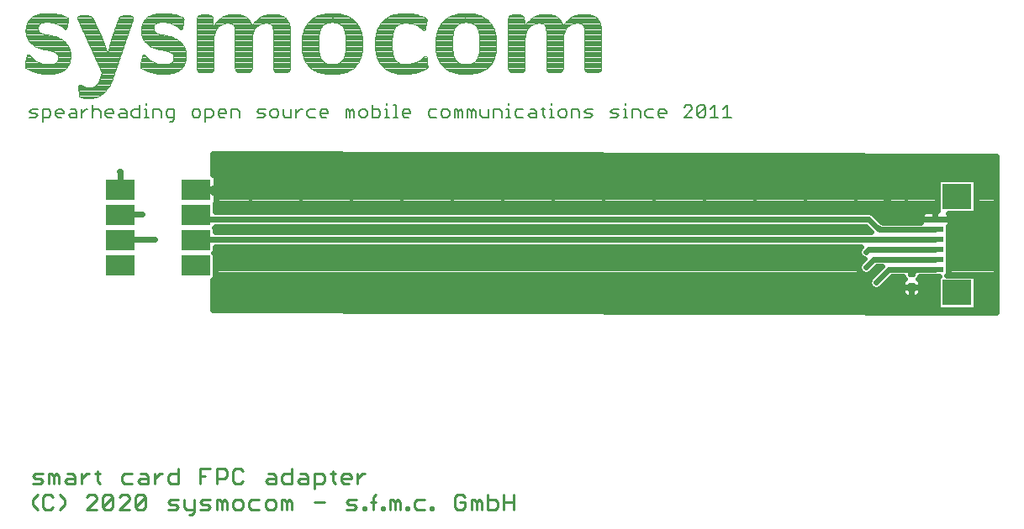
<source format=gtl>
G75*
%MOIN*%
%OFA0B0*%
%FSLAX25Y25*%
%IPPOS*%
%LPD*%
%AMOC8*
5,1,8,0,0,1.08239X$1,22.5*
%
%ADD10C,0.01000*%
%ADD11C,0.00800*%
%ADD12R,0.11811X0.07874*%
%ADD13R,0.07087X0.02362*%
%ADD14R,0.11811X0.10236*%
%ADD15C,0.00945*%
%ADD16C,0.00394*%
%ADD17C,0.02362*%
%ADD18C,0.01781*%
D10*
X0012752Y0007734D02*
X0010750Y0009736D01*
X0010750Y0011738D01*
X0012752Y0013739D01*
X0015047Y0012739D02*
X0015047Y0008735D01*
X0016048Y0007734D01*
X0018050Y0007734D01*
X0019050Y0008735D01*
X0021492Y0007734D02*
X0023494Y0009736D01*
X0023494Y0011738D01*
X0021492Y0013739D01*
X0019050Y0012739D02*
X0018050Y0013739D01*
X0016048Y0013739D01*
X0015047Y0012739D01*
X0013753Y0018234D02*
X0010750Y0018234D01*
X0011751Y0020236D02*
X0010750Y0021237D01*
X0011751Y0022238D01*
X0014753Y0022238D01*
X0013753Y0020236D02*
X0011751Y0020236D01*
X0013753Y0020236D02*
X0014753Y0019235D01*
X0013753Y0018234D01*
X0017195Y0018234D02*
X0017195Y0022238D01*
X0018196Y0022238D01*
X0019197Y0021237D01*
X0020198Y0022238D01*
X0021199Y0021237D01*
X0021199Y0018234D01*
X0019197Y0018234D02*
X0019197Y0021237D01*
X0023641Y0019235D02*
X0024642Y0020236D01*
X0027644Y0020236D01*
X0027644Y0021237D02*
X0027644Y0018234D01*
X0024642Y0018234D01*
X0023641Y0019235D01*
X0026644Y0022238D02*
X0027644Y0021237D01*
X0026644Y0022238D02*
X0024642Y0022238D01*
X0030086Y0022238D02*
X0030086Y0018234D01*
X0030086Y0020236D02*
X0032088Y0022238D01*
X0033089Y0022238D01*
X0035458Y0022238D02*
X0037459Y0022238D01*
X0036459Y0023239D02*
X0036459Y0019235D01*
X0037459Y0018234D01*
X0035238Y0013739D02*
X0033236Y0013739D01*
X0032235Y0012739D01*
X0035238Y0013739D02*
X0036238Y0012739D01*
X0036238Y0011738D01*
X0032235Y0007734D01*
X0036238Y0007734D01*
X0038680Y0008735D02*
X0042684Y0012739D01*
X0042684Y0008735D01*
X0041683Y0007734D01*
X0039681Y0007734D01*
X0038680Y0008735D01*
X0038680Y0012739D01*
X0039681Y0013739D01*
X0041683Y0013739D01*
X0042684Y0012739D01*
X0045126Y0012739D02*
X0046127Y0013739D01*
X0048129Y0013739D01*
X0049129Y0012739D01*
X0049129Y0011738D01*
X0045126Y0007734D01*
X0049129Y0007734D01*
X0051571Y0008735D02*
X0055575Y0012739D01*
X0055575Y0008735D01*
X0054574Y0007734D01*
X0052572Y0007734D01*
X0051571Y0008735D01*
X0051571Y0012739D01*
X0052572Y0013739D01*
X0054574Y0013739D01*
X0055575Y0012739D01*
X0064462Y0010737D02*
X0065463Y0011738D01*
X0068466Y0011738D01*
X0067465Y0009736D02*
X0065463Y0009736D01*
X0064462Y0010737D01*
X0064462Y0007734D02*
X0067465Y0007734D01*
X0068466Y0008735D01*
X0067465Y0009736D01*
X0070908Y0008735D02*
X0071909Y0007734D01*
X0074911Y0007734D01*
X0074911Y0006733D02*
X0073911Y0005733D01*
X0072910Y0005733D01*
X0074911Y0006733D02*
X0074911Y0011738D01*
X0077353Y0010737D02*
X0078354Y0011738D01*
X0081357Y0011738D01*
X0080356Y0009736D02*
X0078354Y0009736D01*
X0077353Y0010737D01*
X0077353Y0007734D02*
X0080356Y0007734D01*
X0081357Y0008735D01*
X0080356Y0009736D01*
X0083799Y0007734D02*
X0083799Y0011738D01*
X0084800Y0011738D01*
X0085801Y0010737D01*
X0086802Y0011738D01*
X0087802Y0010737D01*
X0087802Y0007734D01*
X0085801Y0007734D02*
X0085801Y0010737D01*
X0090244Y0010737D02*
X0090244Y0008735D01*
X0091245Y0007734D01*
X0093247Y0007734D01*
X0094248Y0008735D01*
X0094248Y0010737D01*
X0093247Y0011738D01*
X0091245Y0011738D01*
X0090244Y0010737D01*
X0096690Y0010737D02*
X0096690Y0008735D01*
X0097691Y0007734D01*
X0100693Y0007734D01*
X0103135Y0008735D02*
X0104136Y0007734D01*
X0106138Y0007734D01*
X0107139Y0008735D01*
X0107139Y0010737D01*
X0106138Y0011738D01*
X0104136Y0011738D01*
X0103135Y0010737D01*
X0103135Y0008735D01*
X0100693Y0011738D02*
X0097691Y0011738D01*
X0096690Y0010737D01*
X0109581Y0011738D02*
X0109581Y0007734D01*
X0111583Y0007734D02*
X0111583Y0010737D01*
X0112584Y0011738D01*
X0113584Y0010737D01*
X0113584Y0007734D01*
X0111583Y0010737D02*
X0110582Y0011738D01*
X0109581Y0011738D01*
X0110582Y0018234D02*
X0109581Y0019235D01*
X0109581Y0021237D01*
X0110582Y0022238D01*
X0113584Y0022238D01*
X0113584Y0024239D02*
X0113584Y0018234D01*
X0110582Y0018234D01*
X0107139Y0018234D02*
X0104136Y0018234D01*
X0103135Y0019235D01*
X0104136Y0020236D01*
X0107139Y0020236D01*
X0107139Y0021237D02*
X0107139Y0018234D01*
X0107139Y0021237D02*
X0106138Y0022238D01*
X0104136Y0022238D01*
X0094248Y0023239D02*
X0093247Y0024239D01*
X0091245Y0024239D01*
X0090244Y0023239D01*
X0090244Y0019235D01*
X0091245Y0018234D01*
X0093247Y0018234D01*
X0094248Y0019235D01*
X0087802Y0021237D02*
X0086802Y0020236D01*
X0083799Y0020236D01*
X0083799Y0018234D02*
X0083799Y0024239D01*
X0086802Y0024239D01*
X0087802Y0023239D01*
X0087802Y0021237D01*
X0081357Y0024239D02*
X0077353Y0024239D01*
X0077353Y0018234D01*
X0077353Y0021237D02*
X0079355Y0021237D01*
X0068466Y0022238D02*
X0065463Y0022238D01*
X0064462Y0021237D01*
X0064462Y0019235D01*
X0065463Y0018234D01*
X0068466Y0018234D01*
X0068466Y0024239D01*
X0062094Y0022238D02*
X0061093Y0022238D01*
X0059091Y0020236D01*
X0059091Y0018234D02*
X0059091Y0022238D01*
X0056649Y0021237D02*
X0055648Y0022238D01*
X0053647Y0022238D01*
X0053647Y0020236D02*
X0056649Y0020236D01*
X0056649Y0021237D02*
X0056649Y0018234D01*
X0053647Y0018234D01*
X0052646Y0019235D01*
X0053647Y0020236D01*
X0050204Y0022238D02*
X0047201Y0022238D01*
X0046200Y0021237D01*
X0046200Y0019235D01*
X0047201Y0018234D01*
X0050204Y0018234D01*
X0070908Y0011738D02*
X0070908Y0008735D01*
X0116026Y0019235D02*
X0117027Y0020236D01*
X0120030Y0020236D01*
X0120030Y0021237D02*
X0120030Y0018234D01*
X0117027Y0018234D01*
X0116026Y0019235D01*
X0119029Y0022238D02*
X0120030Y0021237D01*
X0119029Y0022238D02*
X0117027Y0022238D01*
X0122472Y0022238D02*
X0125475Y0022238D01*
X0126475Y0021237D01*
X0126475Y0019235D01*
X0125475Y0018234D01*
X0122472Y0018234D01*
X0122472Y0016233D02*
X0122472Y0022238D01*
X0128917Y0022238D02*
X0130919Y0022238D01*
X0129918Y0023239D02*
X0129918Y0019235D01*
X0130919Y0018234D01*
X0133214Y0019235D02*
X0133214Y0021237D01*
X0134215Y0022238D01*
X0136217Y0022238D01*
X0137218Y0021237D01*
X0137218Y0020236D01*
X0133214Y0020236D01*
X0133214Y0019235D02*
X0134215Y0018234D01*
X0136217Y0018234D01*
X0139660Y0018234D02*
X0139660Y0022238D01*
X0141662Y0022238D02*
X0142663Y0022238D01*
X0141662Y0022238D02*
X0139660Y0020236D01*
X0147033Y0013739D02*
X0146032Y0012739D01*
X0146032Y0007734D01*
X0145031Y0010737D02*
X0147033Y0010737D01*
X0149328Y0008735D02*
X0150329Y0008735D01*
X0150329Y0007734D01*
X0149328Y0007734D01*
X0149328Y0008735D01*
X0152551Y0007734D02*
X0152551Y0011738D01*
X0153552Y0011738D01*
X0154553Y0010737D01*
X0155553Y0011738D01*
X0156554Y0010737D01*
X0156554Y0007734D01*
X0154553Y0007734D02*
X0154553Y0010737D01*
X0158996Y0008735D02*
X0158996Y0007734D01*
X0159997Y0007734D01*
X0159997Y0008735D01*
X0158996Y0008735D01*
X0162219Y0008735D02*
X0163220Y0007734D01*
X0166223Y0007734D01*
X0168665Y0007734D02*
X0168665Y0008735D01*
X0169666Y0008735D01*
X0169666Y0007734D01*
X0168665Y0007734D01*
X0166223Y0011738D02*
X0163220Y0011738D01*
X0162219Y0010737D01*
X0162219Y0008735D01*
X0142809Y0008735D02*
X0142809Y0007734D01*
X0141808Y0007734D01*
X0141808Y0008735D01*
X0142809Y0008735D01*
X0139366Y0008735D02*
X0138366Y0009736D01*
X0136364Y0009736D01*
X0135363Y0010737D01*
X0136364Y0011738D01*
X0139366Y0011738D01*
X0139366Y0008735D02*
X0138366Y0007734D01*
X0135363Y0007734D01*
X0126475Y0010737D02*
X0122472Y0010737D01*
X0178333Y0012739D02*
X0178333Y0008735D01*
X0179334Y0007734D01*
X0181335Y0007734D01*
X0182336Y0008735D01*
X0182336Y0010737D01*
X0180335Y0010737D01*
X0182336Y0012739D02*
X0181335Y0013739D01*
X0179334Y0013739D01*
X0178333Y0012739D01*
X0184778Y0011738D02*
X0185779Y0011738D01*
X0186780Y0010737D01*
X0187781Y0011738D01*
X0188782Y0010737D01*
X0188782Y0007734D01*
X0186780Y0007734D02*
X0186780Y0010737D01*
X0184778Y0011738D02*
X0184778Y0007734D01*
X0191224Y0007734D02*
X0194226Y0007734D01*
X0195227Y0008735D01*
X0195227Y0010737D01*
X0194226Y0011738D01*
X0191224Y0011738D01*
X0191224Y0013739D02*
X0191224Y0007734D01*
X0197669Y0007734D02*
X0197669Y0013739D01*
X0201673Y0013739D02*
X0201673Y0007734D01*
X0201673Y0010737D02*
X0197669Y0010737D01*
D11*
X0079261Y0162033D02*
X0079261Y0166837D01*
X0081663Y0166837D01*
X0082464Y0166036D01*
X0082464Y0164435D01*
X0081663Y0163634D01*
X0079261Y0163634D01*
X0077308Y0164435D02*
X0077308Y0166036D01*
X0076507Y0166837D01*
X0074906Y0166837D01*
X0074105Y0166036D01*
X0074105Y0164435D01*
X0074906Y0163634D01*
X0076507Y0163634D01*
X0077308Y0164435D01*
X0084418Y0164435D02*
X0084418Y0166036D01*
X0085218Y0166837D01*
X0086820Y0166837D01*
X0087620Y0166036D01*
X0087620Y0165236D01*
X0084418Y0165236D01*
X0084418Y0164435D02*
X0085218Y0163634D01*
X0086820Y0163634D01*
X0089574Y0163634D02*
X0089574Y0166837D01*
X0091976Y0166837D01*
X0092777Y0166036D01*
X0092777Y0163634D01*
X0099887Y0163634D02*
X0102289Y0163634D01*
X0103090Y0164435D01*
X0102289Y0165236D01*
X0100688Y0165236D01*
X0099887Y0166036D01*
X0100688Y0166837D01*
X0103090Y0166837D01*
X0105043Y0166036D02*
X0105043Y0164435D01*
X0105844Y0163634D01*
X0107445Y0163634D01*
X0108246Y0164435D01*
X0108246Y0166036D01*
X0107445Y0166837D01*
X0105844Y0166837D01*
X0105043Y0166036D01*
X0110200Y0166837D02*
X0110200Y0164435D01*
X0111000Y0163634D01*
X0113402Y0163634D01*
X0113402Y0166837D01*
X0115356Y0166837D02*
X0115356Y0163634D01*
X0115356Y0165236D02*
X0116958Y0166837D01*
X0117758Y0166837D01*
X0119653Y0166036D02*
X0119653Y0164435D01*
X0120454Y0163634D01*
X0122856Y0163634D01*
X0124810Y0164435D02*
X0124810Y0166036D01*
X0125610Y0166837D01*
X0127212Y0166837D01*
X0128012Y0166036D01*
X0128012Y0165236D01*
X0124810Y0165236D01*
X0124810Y0164435D02*
X0125610Y0163634D01*
X0127212Y0163634D01*
X0122856Y0166837D02*
X0120454Y0166837D01*
X0119653Y0166036D01*
X0135122Y0166837D02*
X0135122Y0163634D01*
X0136724Y0163634D02*
X0136724Y0166036D01*
X0137524Y0166837D01*
X0138325Y0166036D01*
X0138325Y0163634D01*
X0140279Y0164435D02*
X0140279Y0166036D01*
X0141079Y0166837D01*
X0142681Y0166837D01*
X0143481Y0166036D01*
X0143481Y0164435D01*
X0142681Y0163634D01*
X0141079Y0163634D01*
X0140279Y0164435D01*
X0136724Y0166036D02*
X0135923Y0166837D01*
X0135122Y0166837D01*
X0145435Y0166837D02*
X0147837Y0166837D01*
X0148638Y0166036D01*
X0148638Y0164435D01*
X0147837Y0163634D01*
X0145435Y0163634D01*
X0145435Y0168438D01*
X0150592Y0166837D02*
X0151392Y0166837D01*
X0151392Y0163634D01*
X0150592Y0163634D02*
X0152193Y0163634D01*
X0154029Y0163634D02*
X0155630Y0163634D01*
X0154830Y0163634D02*
X0154830Y0168438D01*
X0154029Y0168438D01*
X0151392Y0168438D02*
X0151392Y0169239D01*
X0157467Y0166036D02*
X0158267Y0166837D01*
X0159869Y0166837D01*
X0160669Y0166036D01*
X0160669Y0165236D01*
X0157467Y0165236D01*
X0157467Y0166036D02*
X0157467Y0164435D01*
X0158267Y0163634D01*
X0159869Y0163634D01*
X0167780Y0164435D02*
X0168580Y0163634D01*
X0170982Y0163634D01*
X0172936Y0164435D02*
X0173737Y0163634D01*
X0175338Y0163634D01*
X0176139Y0164435D01*
X0176139Y0166036D01*
X0175338Y0166837D01*
X0173737Y0166837D01*
X0172936Y0166036D01*
X0172936Y0164435D01*
X0170982Y0166837D02*
X0168580Y0166837D01*
X0167780Y0166036D01*
X0167780Y0164435D01*
X0178092Y0163634D02*
X0178092Y0166837D01*
X0178893Y0166837D01*
X0179694Y0166036D01*
X0180494Y0166837D01*
X0181295Y0166036D01*
X0181295Y0163634D01*
X0179694Y0163634D02*
X0179694Y0166036D01*
X0183249Y0166837D02*
X0183249Y0163634D01*
X0184850Y0163634D02*
X0184850Y0166036D01*
X0185651Y0166837D01*
X0186451Y0166036D01*
X0186451Y0163634D01*
X0188405Y0164435D02*
X0189206Y0163634D01*
X0191608Y0163634D01*
X0191608Y0166837D01*
X0193562Y0166837D02*
X0195964Y0166837D01*
X0196764Y0166036D01*
X0196764Y0163634D01*
X0198718Y0163634D02*
X0200319Y0163634D01*
X0199519Y0163634D02*
X0199519Y0166837D01*
X0198718Y0166837D01*
X0199519Y0168438D02*
X0199519Y0169239D01*
X0202156Y0166036D02*
X0202156Y0164435D01*
X0202956Y0163634D01*
X0205358Y0163634D01*
X0207312Y0164435D02*
X0208113Y0165236D01*
X0210515Y0165236D01*
X0210515Y0166036D02*
X0210515Y0163634D01*
X0208113Y0163634D01*
X0207312Y0164435D01*
X0208113Y0166837D02*
X0209714Y0166837D01*
X0210515Y0166036D01*
X0212468Y0166837D02*
X0214070Y0166837D01*
X0213269Y0167638D02*
X0213269Y0164435D01*
X0214070Y0163634D01*
X0215906Y0163634D02*
X0217507Y0163634D01*
X0216707Y0163634D02*
X0216707Y0166837D01*
X0215906Y0166837D01*
X0216707Y0168438D02*
X0216707Y0169239D01*
X0219344Y0166036D02*
X0219344Y0164435D01*
X0220144Y0163634D01*
X0221746Y0163634D01*
X0222546Y0164435D01*
X0222546Y0166036D01*
X0221746Y0166837D01*
X0220144Y0166837D01*
X0219344Y0166036D01*
X0224500Y0166837D02*
X0224500Y0163634D01*
X0227703Y0163634D02*
X0227703Y0166036D01*
X0226902Y0166837D01*
X0224500Y0166837D01*
X0229656Y0166036D02*
X0230457Y0165236D01*
X0232058Y0165236D01*
X0232859Y0164435D01*
X0232058Y0163634D01*
X0229656Y0163634D01*
X0229656Y0166036D02*
X0230457Y0166837D01*
X0232859Y0166837D01*
X0239969Y0166036D02*
X0240770Y0165236D01*
X0242371Y0165236D01*
X0243172Y0164435D01*
X0242371Y0163634D01*
X0239969Y0163634D01*
X0239969Y0166036D02*
X0240770Y0166837D01*
X0243172Y0166837D01*
X0245125Y0166837D02*
X0245926Y0166837D01*
X0245926Y0163634D01*
X0245125Y0163634D02*
X0246727Y0163634D01*
X0248563Y0163634D02*
X0248563Y0166837D01*
X0250965Y0166837D01*
X0251766Y0166036D01*
X0251766Y0163634D01*
X0253719Y0164435D02*
X0253719Y0166036D01*
X0254520Y0166837D01*
X0256922Y0166837D01*
X0258876Y0166036D02*
X0258876Y0164435D01*
X0259677Y0163634D01*
X0261278Y0163634D01*
X0262079Y0165236D02*
X0258876Y0165236D01*
X0258876Y0166036D02*
X0259677Y0166837D01*
X0261278Y0166837D01*
X0262079Y0166036D01*
X0262079Y0165236D01*
X0269189Y0163634D02*
X0272391Y0166837D01*
X0272391Y0167638D01*
X0271591Y0168438D01*
X0269989Y0168438D01*
X0269189Y0167638D01*
X0269189Y0163634D02*
X0272391Y0163634D01*
X0274345Y0164435D02*
X0274345Y0167638D01*
X0275146Y0168438D01*
X0276747Y0168438D01*
X0277548Y0167638D01*
X0274345Y0164435D01*
X0275146Y0163634D01*
X0276747Y0163634D01*
X0277548Y0164435D01*
X0277548Y0167638D01*
X0279501Y0166837D02*
X0281103Y0168438D01*
X0281103Y0163634D01*
X0282704Y0163634D02*
X0279501Y0163634D01*
X0284658Y0163634D02*
X0287861Y0163634D01*
X0286259Y0163634D02*
X0286259Y0168438D01*
X0284658Y0166837D01*
X0256922Y0163634D02*
X0254520Y0163634D01*
X0253719Y0164435D01*
X0245926Y0168438D02*
X0245926Y0169239D01*
X0205358Y0166837D02*
X0202956Y0166837D01*
X0202156Y0166036D01*
X0193562Y0166837D02*
X0193562Y0163634D01*
X0188405Y0164435D02*
X0188405Y0166837D01*
X0184850Y0166036D02*
X0184049Y0166837D01*
X0183249Y0166837D01*
X0066995Y0166837D02*
X0066995Y0162834D01*
X0066194Y0162033D01*
X0065394Y0162033D01*
X0064593Y0163634D02*
X0066995Y0163634D01*
X0064593Y0163634D02*
X0063792Y0164435D01*
X0063792Y0166036D01*
X0064593Y0166837D01*
X0066995Y0166837D01*
X0061839Y0166036D02*
X0061839Y0163634D01*
X0061839Y0166036D02*
X0061038Y0166837D01*
X0058636Y0166837D01*
X0058636Y0163634D01*
X0056800Y0163634D02*
X0055198Y0163634D01*
X0055999Y0163634D02*
X0055999Y0166837D01*
X0055198Y0166837D01*
X0055999Y0168438D02*
X0055999Y0169239D01*
X0053245Y0168438D02*
X0053245Y0163634D01*
X0050842Y0163634D01*
X0050042Y0164435D01*
X0050042Y0166036D01*
X0050842Y0166837D01*
X0053245Y0166837D01*
X0048088Y0166036D02*
X0048088Y0163634D01*
X0045686Y0163634D01*
X0044885Y0164435D01*
X0045686Y0165236D01*
X0048088Y0165236D01*
X0048088Y0166036D02*
X0047287Y0166837D01*
X0045686Y0166837D01*
X0042932Y0166036D02*
X0042932Y0165236D01*
X0039729Y0165236D01*
X0039729Y0166036D02*
X0039729Y0164435D01*
X0040530Y0163634D01*
X0042131Y0163634D01*
X0042932Y0166036D02*
X0042131Y0166837D01*
X0040530Y0166837D01*
X0039729Y0166036D01*
X0037775Y0166036D02*
X0037775Y0163634D01*
X0037775Y0166036D02*
X0036975Y0166837D01*
X0035373Y0166837D01*
X0034573Y0166036D01*
X0032678Y0166837D02*
X0031877Y0166837D01*
X0030276Y0165236D01*
X0030276Y0166837D02*
X0030276Y0163634D01*
X0028322Y0163634D02*
X0025920Y0163634D01*
X0025119Y0164435D01*
X0025920Y0165236D01*
X0028322Y0165236D01*
X0028322Y0166036D02*
X0028322Y0163634D01*
X0028322Y0166036D02*
X0027521Y0166837D01*
X0025920Y0166837D01*
X0023166Y0166036D02*
X0023166Y0165236D01*
X0019963Y0165236D01*
X0019963Y0166036D02*
X0019963Y0164435D01*
X0020763Y0163634D01*
X0022365Y0163634D01*
X0023166Y0166036D02*
X0022365Y0166837D01*
X0020763Y0166837D01*
X0019963Y0166036D01*
X0018009Y0166036D02*
X0018009Y0164435D01*
X0017208Y0163634D01*
X0014806Y0163634D01*
X0014806Y0162033D02*
X0014806Y0166837D01*
X0017208Y0166837D01*
X0018009Y0166036D01*
X0012853Y0166837D02*
X0010451Y0166837D01*
X0009650Y0166036D01*
X0010451Y0165236D01*
X0012052Y0165236D01*
X0012853Y0164435D01*
X0012052Y0163634D01*
X0009650Y0163634D01*
X0034573Y0163634D02*
X0034573Y0168438D01*
D12*
X0045541Y0134793D03*
X0045541Y0124793D03*
X0045541Y0114833D03*
X0045541Y0104793D03*
X0075541Y0104793D03*
X0075541Y0114833D03*
X0075541Y0124793D03*
X0075541Y0134793D03*
D13*
X0368707Y0123077D03*
X0368707Y0119140D03*
X0368707Y0115203D03*
X0368707Y0111266D03*
X0368707Y0107329D03*
X0368707Y0103392D03*
D14*
X0377250Y0094140D03*
X0377250Y0132329D03*
D15*
X0360353Y0103533D02*
X0360353Y0100935D01*
X0358147Y0100935D01*
X0358147Y0103533D01*
X0360353Y0103533D01*
X0360353Y0101879D02*
X0358147Y0101879D01*
X0358147Y0102823D02*
X0360353Y0102823D01*
X0360353Y0097533D02*
X0360353Y0094935D01*
X0358147Y0094935D01*
X0358147Y0097533D01*
X0360353Y0097533D01*
X0360353Y0095879D02*
X0358147Y0095879D01*
X0358147Y0096823D02*
X0360353Y0096823D01*
D16*
X0236015Y0182177D02*
X0236110Y0182362D01*
X0236183Y0182557D01*
X0236236Y0182758D01*
X0236274Y0182963D01*
X0236300Y0183170D01*
X0236316Y0183377D01*
X0236327Y0183794D01*
X0236326Y0197753D01*
X0236315Y0198170D01*
X0236294Y0198586D01*
X0236259Y0199001D01*
X0236210Y0199415D01*
X0236146Y0199827D01*
X0236063Y0200235D01*
X0235960Y0200639D01*
X0235900Y0200839D01*
X0235763Y0201232D01*
X0235599Y0201615D01*
X0235408Y0201985D01*
X0235302Y0202164D01*
X0235188Y0202339D01*
X0235066Y0202508D01*
X0234938Y0202672D01*
X0234801Y0202829D01*
X0234658Y0202981D01*
X0234508Y0203125D01*
X0234352Y0203263D01*
X0234189Y0203393D01*
X0234021Y0203516D01*
X0233847Y0203631D01*
X0233487Y0203840D01*
X0233111Y0204020D01*
X0232724Y0204173D01*
X0232327Y0204302D01*
X0231924Y0204408D01*
X0231517Y0204494D01*
X0231105Y0204561D01*
X0230692Y0204613D01*
X0230069Y0204665D01*
X0229653Y0204684D01*
X0229028Y0204693D01*
X0228403Y0204673D01*
X0227988Y0204639D01*
X0227575Y0204587D01*
X0227369Y0204555D01*
X0226960Y0204476D01*
X0226555Y0204378D01*
X0226155Y0204261D01*
X0225761Y0204124D01*
X0225375Y0203967D01*
X0224998Y0203791D01*
X0224630Y0203596D01*
X0224272Y0203382D01*
X0223927Y0203149D01*
X0223593Y0202899D01*
X0223272Y0202633D01*
X0222965Y0202352D01*
X0222671Y0202057D01*
X0222391Y0201749D01*
X0222124Y0201428D01*
X0221871Y0201097D01*
X0221631Y0200757D01*
X0221404Y0200407D01*
X0221086Y0199869D01*
X0221019Y0199883D01*
X0220934Y0200291D01*
X0220827Y0200694D01*
X0213412Y0200694D01*
X0213356Y0200733D02*
X0213527Y0200615D01*
X0213684Y0200477D01*
X0213823Y0200322D01*
X0213943Y0200152D01*
X0214045Y0199971D01*
X0214130Y0199780D01*
X0214199Y0199584D01*
X0214256Y0199384D01*
X0214302Y0199180D01*
X0214367Y0198769D01*
X0214407Y0198354D01*
X0214427Y0197938D01*
X0214434Y0197521D01*
X0214434Y0183770D01*
X0214447Y0183354D01*
X0214465Y0183146D01*
X0214492Y0182940D01*
X0214532Y0182735D01*
X0214587Y0182534D01*
X0214662Y0182340D01*
X0214760Y0182156D01*
X0214884Y0181989D01*
X0215033Y0181844D01*
X0215203Y0181724D01*
X0215389Y0181629D01*
X0215584Y0181557D01*
X0215785Y0181504D01*
X0215990Y0181465D01*
X0216197Y0181439D01*
X0216405Y0181423D01*
X0216821Y0181411D01*
X0218696Y0181411D01*
X0219113Y0181417D01*
X0219321Y0181430D01*
X0219528Y0181452D01*
X0219734Y0181484D01*
X0219937Y0181530D01*
X0220136Y0181592D01*
X0220327Y0181675D01*
X0220505Y0181782D01*
X0220666Y0181915D01*
X0220803Y0182071D01*
X0220914Y0182247D01*
X0221000Y0182437D01*
X0221065Y0182635D01*
X0221111Y0182838D01*
X0221144Y0183044D01*
X0214478Y0183044D01*
X0214445Y0183436D02*
X0221177Y0183436D01*
X0221179Y0183459D02*
X0221186Y0183875D01*
X0221187Y0194918D01*
X0221203Y0195334D01*
X0221218Y0195542D01*
X0221263Y0195956D01*
X0221329Y0196368D01*
X0221371Y0196572D01*
X0221472Y0196976D01*
X0221596Y0197374D01*
X0221746Y0197762D01*
X0221922Y0198140D01*
X0222124Y0198505D01*
X0222351Y0198854D01*
X0222604Y0199185D01*
X0222882Y0199495D01*
X0223183Y0199783D01*
X0223505Y0200047D01*
X0223847Y0200285D01*
X0224207Y0200496D01*
X0224581Y0200677D01*
X0224969Y0200830D01*
X0225368Y0200951D01*
X0225774Y0201041D01*
X0226187Y0201097D01*
X0226395Y0201113D01*
X0226812Y0201118D01*
X0227228Y0201095D01*
X0227435Y0201072D01*
X0227640Y0201040D01*
X0227844Y0200995D01*
X0228044Y0200938D01*
X0228239Y0200864D01*
X0228426Y0200773D01*
X0228603Y0200663D01*
X0228766Y0200533D01*
X0228912Y0200385D01*
X0229039Y0200220D01*
X0229148Y0200043D01*
X0229239Y0199855D01*
X0229315Y0199661D01*
X0229376Y0199462D01*
X0229426Y0199260D01*
X0229466Y0199055D01*
X0229498Y0198850D01*
X0229542Y0198435D01*
X0229565Y0198019D01*
X0229575Y0197603D01*
X0229577Y0183643D01*
X0229598Y0183227D01*
X0229621Y0183020D01*
X0229656Y0182815D01*
X0229705Y0182612D01*
X0229772Y0182415D01*
X0229860Y0182227D01*
X0229974Y0182052D01*
X0230113Y0181898D01*
X0230276Y0181768D01*
X0230456Y0181663D01*
X0230648Y0181583D01*
X0230848Y0181523D01*
X0231051Y0181479D01*
X0231257Y0181448D01*
X0231465Y0181428D01*
X0231881Y0181411D01*
X0234173Y0181415D01*
X0234588Y0181442D01*
X0234795Y0181470D01*
X0234999Y0181510D01*
X0235200Y0181566D01*
X0235394Y0181640D01*
X0235579Y0181737D01*
X0235747Y0181860D01*
X0235894Y0182008D01*
X0236015Y0182177D01*
X0236058Y0182260D02*
X0229845Y0182260D01*
X0229695Y0182652D02*
X0236208Y0182652D01*
X0236284Y0183044D02*
X0229618Y0183044D01*
X0229587Y0183436D02*
X0236317Y0183436D01*
X0236327Y0183828D02*
X0229577Y0183828D01*
X0229577Y0184221D02*
X0236327Y0184221D01*
X0236327Y0184613D02*
X0229577Y0184613D01*
X0229577Y0185005D02*
X0236327Y0185005D01*
X0236327Y0185397D02*
X0229577Y0185397D01*
X0229576Y0185790D02*
X0236327Y0185790D01*
X0236327Y0186182D02*
X0229576Y0186182D01*
X0229576Y0186574D02*
X0236327Y0186574D01*
X0236327Y0186966D02*
X0229576Y0186966D01*
X0229576Y0187358D02*
X0236326Y0187358D01*
X0236326Y0187751D02*
X0229576Y0187751D01*
X0229576Y0188143D02*
X0236326Y0188143D01*
X0236326Y0188535D02*
X0229576Y0188535D01*
X0229576Y0188927D02*
X0236326Y0188927D01*
X0236326Y0189319D02*
X0229576Y0189319D01*
X0229576Y0189712D02*
X0236326Y0189712D01*
X0236326Y0190104D02*
X0229576Y0190104D01*
X0229576Y0190496D02*
X0236326Y0190496D01*
X0236326Y0190888D02*
X0229576Y0190888D01*
X0229576Y0191280D02*
X0236326Y0191280D01*
X0236326Y0191673D02*
X0229576Y0191673D01*
X0229576Y0192065D02*
X0236326Y0192065D01*
X0236326Y0192457D02*
X0229575Y0192457D01*
X0229575Y0192849D02*
X0236326Y0192849D01*
X0236326Y0193242D02*
X0229575Y0193242D01*
X0229575Y0193634D02*
X0236326Y0193634D01*
X0236326Y0194026D02*
X0229575Y0194026D01*
X0229575Y0194418D02*
X0236326Y0194418D01*
X0236326Y0194810D02*
X0229575Y0194810D01*
X0229575Y0195203D02*
X0236326Y0195203D01*
X0236326Y0195595D02*
X0229575Y0195595D01*
X0229575Y0195987D02*
X0236326Y0195987D01*
X0236326Y0196379D02*
X0229575Y0196379D01*
X0229575Y0196771D02*
X0236326Y0196771D01*
X0236326Y0197164D02*
X0229575Y0197164D01*
X0229575Y0197556D02*
X0236326Y0197556D01*
X0236321Y0197948D02*
X0229567Y0197948D01*
X0229547Y0198340D02*
X0236306Y0198340D01*
X0236281Y0198733D02*
X0229510Y0198733D01*
X0229453Y0199125D02*
X0236245Y0199125D01*
X0236194Y0199517D02*
X0229359Y0199517D01*
X0229213Y0199909D02*
X0236129Y0199909D01*
X0236046Y0200301D02*
X0228976Y0200301D01*
X0228554Y0200694D02*
X0235944Y0200694D01*
X0235814Y0201086D02*
X0227313Y0201086D01*
X0226103Y0201086D02*
X0221863Y0201086D01*
X0221590Y0200694D02*
X0224623Y0200694D01*
X0223875Y0200301D02*
X0221341Y0200301D01*
X0220932Y0200301D02*
X0213838Y0200301D01*
X0214072Y0199909D02*
X0221013Y0199909D01*
X0221110Y0199909D02*
X0223337Y0199909D01*
X0222905Y0199517D02*
X0214218Y0199517D01*
X0214311Y0199125D02*
X0222558Y0199125D01*
X0222272Y0198733D02*
X0214371Y0198733D01*
X0214407Y0198340D02*
X0222033Y0198340D01*
X0221833Y0197948D02*
X0214427Y0197948D01*
X0214433Y0197556D02*
X0221667Y0197556D01*
X0221530Y0197164D02*
X0214434Y0197164D01*
X0214434Y0196771D02*
X0221421Y0196771D01*
X0221332Y0196379D02*
X0214434Y0196379D01*
X0214434Y0195987D02*
X0221268Y0195987D01*
X0221224Y0195595D02*
X0214434Y0195595D01*
X0214434Y0195203D02*
X0221198Y0195203D01*
X0221187Y0194810D02*
X0214434Y0194810D01*
X0214434Y0194418D02*
X0221187Y0194418D01*
X0221187Y0194026D02*
X0214434Y0194026D01*
X0214434Y0193634D02*
X0221187Y0193634D01*
X0221187Y0193242D02*
X0214434Y0193242D01*
X0214434Y0192849D02*
X0221187Y0192849D01*
X0221187Y0192457D02*
X0214434Y0192457D01*
X0214434Y0192065D02*
X0221187Y0192065D01*
X0221187Y0191673D02*
X0214434Y0191673D01*
X0214434Y0191280D02*
X0221187Y0191280D01*
X0221187Y0190888D02*
X0214434Y0190888D01*
X0214434Y0190496D02*
X0221187Y0190496D01*
X0221187Y0190104D02*
X0214434Y0190104D01*
X0214434Y0189712D02*
X0221186Y0189712D01*
X0221186Y0189319D02*
X0214434Y0189319D01*
X0214434Y0188927D02*
X0221186Y0188927D01*
X0221186Y0188535D02*
X0214434Y0188535D01*
X0214434Y0188143D02*
X0221186Y0188143D01*
X0221186Y0187751D02*
X0214434Y0187751D01*
X0214434Y0187358D02*
X0221186Y0187358D01*
X0221186Y0186966D02*
X0214434Y0186966D01*
X0214434Y0186574D02*
X0221186Y0186574D01*
X0221186Y0186182D02*
X0214434Y0186182D01*
X0214434Y0185790D02*
X0221186Y0185790D01*
X0221186Y0185397D02*
X0214434Y0185397D01*
X0214434Y0185005D02*
X0221186Y0185005D01*
X0221186Y0184613D02*
X0214434Y0184613D01*
X0214434Y0184221D02*
X0221186Y0184221D01*
X0221185Y0183828D02*
X0214434Y0183828D01*
X0214555Y0182652D02*
X0221069Y0182652D01*
X0221144Y0183044D02*
X0221166Y0183251D01*
X0221179Y0183459D01*
X0220920Y0182260D02*
X0214705Y0182260D01*
X0215009Y0181867D02*
X0220609Y0181867D01*
X0219677Y0181475D02*
X0215938Y0181475D01*
X0205985Y0182918D02*
X0205944Y0182714D01*
X0205887Y0182513D01*
X0205809Y0182320D01*
X0205708Y0182138D01*
X0205581Y0181973D01*
X0205429Y0181831D01*
X0205257Y0181714D01*
X0205070Y0181622D01*
X0204874Y0181552D01*
X0204672Y0181500D01*
X0204467Y0181463D01*
X0204261Y0181438D01*
X0204053Y0181422D01*
X0203636Y0181411D01*
X0201761Y0181411D01*
X0201345Y0181418D01*
X0201137Y0181432D01*
X0200930Y0181454D01*
X0200724Y0181487D01*
X0200521Y0181534D01*
X0200323Y0181599D01*
X0200133Y0181684D01*
X0199956Y0181794D01*
X0199799Y0181930D01*
X0199665Y0182089D01*
X0199557Y0182267D01*
X0199473Y0182458D01*
X0199410Y0182656D01*
X0199365Y0182859D01*
X0199333Y0183065D01*
X0199312Y0183273D01*
X0199294Y0183689D01*
X0199295Y0202232D01*
X0199318Y0202648D01*
X0199342Y0202855D01*
X0199378Y0203060D01*
X0199429Y0203262D01*
X0199498Y0203459D01*
X0199589Y0203646D01*
X0199704Y0203819D01*
X0199845Y0203972D01*
X0200009Y0204100D01*
X0200191Y0204203D01*
X0200384Y0204281D01*
X0200583Y0204340D01*
X0200787Y0204382D01*
X0200994Y0204411D01*
X0201201Y0204430D01*
X0201618Y0204445D01*
X0203284Y0204445D01*
X0203701Y0204437D01*
X0203909Y0204423D01*
X0204116Y0204400D01*
X0204321Y0204365D01*
X0204524Y0204317D01*
X0204722Y0204253D01*
X0204912Y0204167D01*
X0205089Y0204059D01*
X0205249Y0203925D01*
X0205384Y0203767D01*
X0205493Y0203589D01*
X0205577Y0203399D01*
X0205638Y0203200D01*
X0205682Y0202996D01*
X0205712Y0202790D01*
X0205731Y0202582D01*
X0205746Y0202166D01*
X0205747Y0199666D01*
X0205828Y0199646D01*
X0206022Y0200015D01*
X0206127Y0200195D01*
X0206349Y0200548D01*
X0206707Y0201060D01*
X0207095Y0201550D01*
X0207511Y0202016D01*
X0207804Y0202313D01*
X0208110Y0202596D01*
X0208267Y0202732D01*
X0208592Y0202993D01*
X0208931Y0203236D01*
X0209280Y0203462D01*
X0209459Y0203570D01*
X0209824Y0203771D01*
X0210010Y0203864D01*
X0210389Y0204038D01*
X0210776Y0204191D01*
X0210973Y0204260D01*
X0211371Y0204383D01*
X0211775Y0204485D01*
X0211979Y0204528D01*
X0212389Y0204599D01*
X0212596Y0204626D01*
X0213011Y0204666D01*
X0213427Y0204688D01*
X0213843Y0204693D01*
X0214468Y0204689D01*
X0214885Y0204674D01*
X0215301Y0204648D01*
X0215715Y0204608D01*
X0216128Y0204551D01*
X0216538Y0204476D01*
X0216944Y0204381D01*
X0217145Y0204326D01*
X0217541Y0204197D01*
X0217735Y0204123D01*
X0218117Y0203956D01*
X0218303Y0203862D01*
X0218664Y0203654D01*
X0218838Y0203539D01*
X0219170Y0203288D01*
X0219328Y0203152D01*
X0219480Y0203009D01*
X0219626Y0202860D01*
X0219764Y0202705D01*
X0219896Y0202544D01*
X0220021Y0202377D01*
X0220139Y0202205D01*
X0220353Y0201848D01*
X0220449Y0201663D01*
X0220621Y0201283D01*
X0220696Y0201089D01*
X0220827Y0200694D01*
X0220697Y0201086D02*
X0212179Y0201086D01*
X0212167Y0201087D02*
X0212374Y0201061D01*
X0212579Y0201024D01*
X0212781Y0200975D01*
X0212980Y0200911D01*
X0213172Y0200831D01*
X0213356Y0200733D01*
X0212167Y0201087D02*
X0211752Y0201115D01*
X0211335Y0201116D01*
X0211127Y0201104D01*
X0210714Y0201054D01*
X0210305Y0200971D01*
X0209905Y0200856D01*
X0209515Y0200710D01*
X0209137Y0200533D01*
X0208775Y0200328D01*
X0208429Y0200096D01*
X0208103Y0199837D01*
X0207798Y0199553D01*
X0207515Y0199247D01*
X0207257Y0198920D01*
X0207025Y0198574D01*
X0206818Y0198212D01*
X0206637Y0197837D01*
X0206482Y0197450D01*
X0206353Y0197054D01*
X0206248Y0196651D01*
X0206204Y0196447D01*
X0206133Y0196037D01*
X0206084Y0195623D01*
X0206067Y0195415D01*
X0206048Y0194999D01*
X0206041Y0183540D01*
X0206013Y0183124D01*
X0205985Y0182918D01*
X0206002Y0183044D02*
X0199336Y0183044D01*
X0199305Y0183436D02*
X0206034Y0183436D01*
X0206041Y0183828D02*
X0199294Y0183828D01*
X0199294Y0184221D02*
X0206041Y0184221D01*
X0206041Y0184613D02*
X0199294Y0184613D01*
X0199294Y0185005D02*
X0206042Y0185005D01*
X0206042Y0185397D02*
X0199294Y0185397D01*
X0199294Y0185790D02*
X0206042Y0185790D01*
X0206042Y0186182D02*
X0199294Y0186182D01*
X0199294Y0186574D02*
X0206042Y0186574D01*
X0206043Y0186966D02*
X0199294Y0186966D01*
X0199294Y0187358D02*
X0206043Y0187358D01*
X0206043Y0187751D02*
X0199294Y0187751D01*
X0199294Y0188143D02*
X0206043Y0188143D01*
X0206044Y0188535D02*
X0199294Y0188535D01*
X0199294Y0188927D02*
X0206044Y0188927D01*
X0206044Y0189319D02*
X0199294Y0189319D01*
X0199294Y0189712D02*
X0206044Y0189712D01*
X0206045Y0190104D02*
X0199294Y0190104D01*
X0199294Y0190496D02*
X0206045Y0190496D01*
X0206045Y0190888D02*
X0199294Y0190888D01*
X0199294Y0191280D02*
X0206045Y0191280D01*
X0206046Y0191673D02*
X0199294Y0191673D01*
X0199294Y0192065D02*
X0206046Y0192065D01*
X0206046Y0192457D02*
X0199294Y0192457D01*
X0199294Y0192849D02*
X0206046Y0192849D01*
X0206046Y0193242D02*
X0199295Y0193242D01*
X0199295Y0193634D02*
X0206047Y0193634D01*
X0206047Y0194026D02*
X0199295Y0194026D01*
X0199295Y0194418D02*
X0206047Y0194418D01*
X0206047Y0194810D02*
X0199295Y0194810D01*
X0199295Y0195203D02*
X0206057Y0195203D01*
X0206082Y0195595D02*
X0199295Y0195595D01*
X0199295Y0195987D02*
X0206127Y0195987D01*
X0206192Y0196379D02*
X0199295Y0196379D01*
X0199295Y0196771D02*
X0206279Y0196771D01*
X0206389Y0197164D02*
X0199295Y0197164D01*
X0199295Y0197556D02*
X0206525Y0197556D01*
X0206691Y0197948D02*
X0199295Y0197948D01*
X0199295Y0198340D02*
X0206891Y0198340D01*
X0207131Y0198733D02*
X0199295Y0198733D01*
X0199295Y0199125D02*
X0207419Y0199125D01*
X0207764Y0199517D02*
X0199295Y0199517D01*
X0199295Y0199909D02*
X0205747Y0199909D01*
X0205967Y0199909D02*
X0208194Y0199909D01*
X0208735Y0200301D02*
X0206194Y0200301D01*
X0205747Y0200301D02*
X0199295Y0200301D01*
X0199295Y0200694D02*
X0205747Y0200694D01*
X0205746Y0201086D02*
X0199295Y0201086D01*
X0199295Y0201478D02*
X0205746Y0201478D01*
X0205746Y0201870D02*
X0199295Y0201870D01*
X0199297Y0202262D02*
X0205743Y0202262D01*
X0205724Y0202655D02*
X0199319Y0202655D01*
X0199376Y0203047D02*
X0205671Y0203047D01*
X0205559Y0203439D02*
X0199491Y0203439D01*
X0199715Y0203831D02*
X0205329Y0203831D01*
X0204787Y0204223D02*
X0200242Y0204223D01*
X0206450Y0200694D02*
X0209481Y0200694D01*
X0210974Y0201086D02*
X0206727Y0201086D01*
X0207038Y0201478D02*
X0220533Y0201478D01*
X0220340Y0201870D02*
X0207380Y0201870D01*
X0207754Y0202262D02*
X0220100Y0202262D01*
X0219806Y0202655D02*
X0208178Y0202655D01*
X0208668Y0203047D02*
X0219440Y0203047D01*
X0218970Y0203439D02*
X0209244Y0203439D01*
X0209944Y0203831D02*
X0218356Y0203831D01*
X0217458Y0204223D02*
X0210868Y0204223D01*
X0212516Y0204616D02*
X0215635Y0204616D01*
X0222165Y0201478D02*
X0235658Y0201478D01*
X0235468Y0201870D02*
X0222501Y0201870D01*
X0222876Y0202262D02*
X0235238Y0202262D01*
X0234951Y0202655D02*
X0223298Y0202655D01*
X0223790Y0203047D02*
X0234590Y0203047D01*
X0234126Y0203439D02*
X0224368Y0203439D01*
X0225083Y0203831D02*
X0233502Y0203831D01*
X0232568Y0204223D02*
X0226048Y0204223D01*
X0227804Y0204616D02*
X0230664Y0204616D01*
X0194313Y0196717D02*
X0194165Y0197324D01*
X0193989Y0197924D01*
X0193784Y0198514D01*
X0193547Y0199092D01*
X0193278Y0199655D01*
X0193079Y0200022D01*
X0192866Y0200379D01*
X0192753Y0200554D01*
X0192516Y0200897D01*
X0192264Y0201228D01*
X0192132Y0201390D01*
X0191857Y0201703D01*
X0191714Y0201854D01*
X0191418Y0202147D01*
X0191108Y0202425D01*
X0190785Y0202688D01*
X0190619Y0202814D01*
X0190279Y0203054D01*
X0189928Y0203278D01*
X0189749Y0203384D01*
X0189384Y0203585D01*
X0188821Y0203856D01*
X0188244Y0204094D01*
X0187654Y0204300D01*
X0187054Y0204475D01*
X0186446Y0204620D01*
X0185833Y0204739D01*
X0185215Y0204833D01*
X0184595Y0204903D01*
X0183972Y0204952D01*
X0183139Y0204986D01*
X0182356Y0204988D01*
X0182417Y0201414D01*
X0182785Y0201416D01*
X0182993Y0201410D01*
X0183408Y0201382D01*
X0183616Y0201360D01*
X0184027Y0201298D01*
X0184434Y0201209D01*
X0184833Y0201089D01*
X0185028Y0201017D01*
X0185220Y0200936D01*
X0185408Y0200846D01*
X0185591Y0200747D01*
X0185769Y0200638D01*
X0185941Y0200521D01*
X0186106Y0200394D01*
X0186263Y0200258D01*
X0186413Y0200113D01*
X0186555Y0199961D01*
X0186689Y0199801D01*
X0186814Y0199635D01*
X0186931Y0199462D01*
X0187039Y0199284D01*
X0187139Y0199102D01*
X0187230Y0198915D01*
X0187392Y0198531D01*
X0187526Y0198136D01*
X0187635Y0197735D01*
X0187724Y0197328D01*
X0187794Y0196917D01*
X0187849Y0196504D01*
X0187908Y0195882D01*
X0187935Y0195467D01*
X0187959Y0194842D01*
X0187971Y0194218D01*
X0187975Y0193176D01*
X0187975Y0193064D01*
X0187970Y0192023D01*
X0187957Y0191398D01*
X0187931Y0190774D01*
X0187887Y0190151D01*
X0187819Y0189530D01*
X0187757Y0189118D01*
X0187679Y0188709D01*
X0187633Y0188506D01*
X0187526Y0188103D01*
X0187396Y0187708D01*
X0187240Y0187322D01*
X0187055Y0186949D01*
X0186950Y0186769D01*
X0186837Y0186593D01*
X0186716Y0186424D01*
X0186587Y0186261D01*
X0186449Y0186105D01*
X0186303Y0185956D01*
X0186149Y0185816D01*
X0185988Y0185684D01*
X0185820Y0185562D01*
X0185645Y0185448D01*
X0185464Y0185344D01*
X0185279Y0185250D01*
X0185089Y0185164D01*
X0184895Y0185088D01*
X0184698Y0185020D01*
X0184499Y0184961D01*
X0184093Y0184866D01*
X0183888Y0184829D01*
X0183475Y0184776D01*
X0183268Y0184758D01*
X0182852Y0184739D01*
X0182435Y0184740D01*
X0182227Y0184747D01*
X0181812Y0184778D01*
X0181605Y0184802D01*
X0181194Y0184869D01*
X0180990Y0184913D01*
X0180589Y0185024D01*
X0180392Y0185091D01*
X0180198Y0185167D01*
X0180008Y0185252D01*
X0179822Y0185346D01*
X0179641Y0185449D01*
X0179466Y0185561D01*
X0179297Y0185683D01*
X0179135Y0185814D01*
X0178980Y0185954D01*
X0178834Y0186101D01*
X0178695Y0186257D01*
X0178565Y0186419D01*
X0178443Y0186588D01*
X0178329Y0186763D01*
X0178224Y0186942D01*
X0178127Y0187127D01*
X0177956Y0187506D01*
X0177812Y0187897D01*
X0177694Y0188296D01*
X0177597Y0188701D01*
X0177519Y0189110D01*
X0177431Y0189729D01*
X0177389Y0190143D01*
X0177345Y0190767D01*
X0177319Y0191391D01*
X0177306Y0192015D01*
X0177301Y0193265D01*
X0177306Y0194306D01*
X0177327Y0195139D01*
X0177360Y0195763D01*
X0177394Y0196178D01*
X0177439Y0196592D01*
X0177497Y0197005D01*
X0177571Y0197414D01*
X0177664Y0197820D01*
X0177779Y0198221D01*
X0177918Y0198613D01*
X0177998Y0198806D01*
X0178180Y0199180D01*
X0178283Y0199361D01*
X0178394Y0199537D01*
X0178514Y0199708D01*
X0178642Y0199872D01*
X0178779Y0200029D01*
X0178924Y0200178D01*
X0179077Y0200319D01*
X0179237Y0200452D01*
X0179405Y0200576D01*
X0179579Y0200690D01*
X0179759Y0200795D01*
X0179944Y0200890D01*
X0180133Y0200977D01*
X0180327Y0201054D01*
X0180523Y0201123D01*
X0180924Y0201236D01*
X0181332Y0201318D01*
X0181538Y0201349D01*
X0181952Y0201393D01*
X0182319Y0201411D01*
X0182257Y0204987D01*
X0181682Y0204970D01*
X0181266Y0204947D01*
X0180851Y0204915D01*
X0180229Y0204850D01*
X0179611Y0204762D01*
X0178996Y0204650D01*
X0178387Y0204511D01*
X0177785Y0204344D01*
X0177192Y0204147D01*
X0176611Y0203918D01*
X0176044Y0203656D01*
X0175676Y0203462D01*
X0175316Y0203252D01*
X0175139Y0203141D01*
X0174794Y0202908D01*
X0174626Y0202786D01*
X0174298Y0202529D01*
X0174139Y0202395D01*
X0173830Y0202116D01*
X0173534Y0201822D01*
X0173392Y0201670D01*
X0173118Y0201356D01*
X0172860Y0201029D01*
X0172736Y0200862D01*
X0172501Y0200518D01*
X0172281Y0200165D01*
X0172177Y0199984D01*
X0171980Y0199617D01*
X0171712Y0199053D01*
X0171478Y0198474D01*
X0171274Y0197883D01*
X0171100Y0197283D01*
X0170953Y0196676D01*
X0170832Y0196063D01*
X0170735Y0195446D01*
X0170683Y0195032D01*
X0170640Y0194618D01*
X0170592Y0193995D01*
X0170557Y0193163D01*
X0170551Y0192330D01*
X0170567Y0191705D01*
X0170602Y0191082D01*
X0170658Y0190459D01*
X0170736Y0189840D01*
X0170838Y0189223D01*
X0170967Y0188612D01*
X0171125Y0188007D01*
X0171313Y0187412D01*
X0171533Y0186827D01*
X0171788Y0186257D01*
X0171978Y0185886D01*
X0172184Y0185524D01*
X0172293Y0185347D01*
X0172524Y0185000D01*
X0172771Y0184665D01*
X0172901Y0184502D01*
X0173172Y0184186D01*
X0173458Y0183883D01*
X0173607Y0183738D01*
X0173915Y0183457D01*
X0174237Y0183193D01*
X0174402Y0183066D01*
X0174742Y0182826D01*
X0175093Y0182601D01*
X0175272Y0182495D01*
X0175637Y0182294D01*
X0176200Y0182023D01*
X0176778Y0181786D01*
X0177368Y0181580D01*
X0177967Y0181406D01*
X0178575Y0181259D01*
X0179188Y0181139D01*
X0179805Y0181044D01*
X0180426Y0180970D01*
X0181048Y0180917D01*
X0181880Y0180876D01*
X0182505Y0180865D01*
X0183338Y0180876D01*
X0184170Y0180916D01*
X0184792Y0180968D01*
X0185206Y0181014D01*
X0185619Y0181069D01*
X0186236Y0181171D01*
X0186847Y0181298D01*
X0187453Y0181451D01*
X0188051Y0181633D01*
X0188638Y0181846D01*
X0189213Y0182091D01*
X0189587Y0182274D01*
X0189953Y0182472D01*
X0190133Y0182577D01*
X0190485Y0182799D01*
X0190658Y0182916D01*
X0190993Y0183162D01*
X0191157Y0183292D01*
X0191474Y0183562D01*
X0191777Y0183847D01*
X0191923Y0183995D01*
X0192204Y0184303D01*
X0192470Y0184624D01*
X0192597Y0184789D01*
X0192838Y0185128D01*
X0193063Y0185479D01*
X0193169Y0185658D01*
X0193369Y0186023D01*
X0193463Y0186209D01*
X0193640Y0186586D01*
X0193875Y0187165D01*
X0194076Y0187756D01*
X0194246Y0188358D01*
X0194387Y0188966D01*
X0194500Y0189581D01*
X0194588Y0190199D01*
X0194634Y0190613D01*
X0194670Y0191028D01*
X0194706Y0191652D01*
X0194726Y0192485D01*
X0194726Y0192581D01*
X0194712Y0193414D01*
X0194681Y0194038D01*
X0194611Y0194868D01*
X0194534Y0195488D01*
X0194436Y0196105D01*
X0194313Y0196717D01*
X0194300Y0196771D02*
X0187814Y0196771D01*
X0187861Y0196379D02*
X0194381Y0196379D01*
X0194455Y0195987D02*
X0187898Y0195987D01*
X0187926Y0195595D02*
X0194517Y0195595D01*
X0194570Y0195203D02*
X0187945Y0195203D01*
X0187960Y0194810D02*
X0194616Y0194810D01*
X0194649Y0194418D02*
X0187967Y0194418D01*
X0187971Y0194026D02*
X0194682Y0194026D01*
X0194701Y0193634D02*
X0187973Y0193634D01*
X0187974Y0193242D02*
X0194715Y0193242D01*
X0194721Y0192849D02*
X0187974Y0192849D01*
X0187972Y0192457D02*
X0194725Y0192457D01*
X0194716Y0192065D02*
X0187970Y0192065D01*
X0187962Y0191673D02*
X0194707Y0191673D01*
X0194685Y0191280D02*
X0187952Y0191280D01*
X0187936Y0190888D02*
X0194658Y0190888D01*
X0194621Y0190496D02*
X0187911Y0190496D01*
X0187882Y0190104D02*
X0194575Y0190104D01*
X0194519Y0189712D02*
X0187839Y0189712D01*
X0187787Y0189319D02*
X0194452Y0189319D01*
X0194378Y0188927D02*
X0187721Y0188927D01*
X0187640Y0188535D02*
X0194287Y0188535D01*
X0194185Y0188143D02*
X0187537Y0188143D01*
X0187410Y0187751D02*
X0194074Y0187751D01*
X0193941Y0187358D02*
X0187255Y0187358D01*
X0187063Y0186966D02*
X0193794Y0186966D01*
X0193634Y0186574D02*
X0186824Y0186574D01*
X0186517Y0186182D02*
X0193450Y0186182D01*
X0193241Y0185790D02*
X0186117Y0185790D01*
X0185556Y0185397D02*
X0193011Y0185397D01*
X0192750Y0185005D02*
X0184647Y0185005D01*
X0180656Y0185005D02*
X0172521Y0185005D01*
X0172262Y0185397D02*
X0179731Y0185397D01*
X0179165Y0185790D02*
X0172033Y0185790D01*
X0171827Y0186182D02*
X0178762Y0186182D01*
X0178453Y0186574D02*
X0171646Y0186574D01*
X0171481Y0186966D02*
X0178212Y0186966D01*
X0178022Y0187358D02*
X0171333Y0187358D01*
X0171206Y0187751D02*
X0177866Y0187751D01*
X0177739Y0188143D02*
X0171089Y0188143D01*
X0170987Y0188535D02*
X0177637Y0188535D01*
X0177554Y0188927D02*
X0170901Y0188927D01*
X0170822Y0189319D02*
X0177489Y0189319D01*
X0177433Y0189712D02*
X0170757Y0189712D01*
X0170703Y0190104D02*
X0177393Y0190104D01*
X0177364Y0190496D02*
X0170655Y0190496D01*
X0170620Y0190888D02*
X0177340Y0190888D01*
X0177324Y0191280D02*
X0170591Y0191280D01*
X0170569Y0191673D02*
X0177313Y0191673D01*
X0177306Y0192065D02*
X0170558Y0192065D01*
X0170552Y0192457D02*
X0177305Y0192457D01*
X0177303Y0192849D02*
X0170555Y0192849D01*
X0170560Y0193242D02*
X0177301Y0193242D01*
X0177303Y0193634D02*
X0170577Y0193634D01*
X0170595Y0194026D02*
X0177305Y0194026D01*
X0177309Y0194418D02*
X0170625Y0194418D01*
X0170660Y0194810D02*
X0177319Y0194810D01*
X0177330Y0195203D02*
X0170705Y0195203D01*
X0170759Y0195595D02*
X0177351Y0195595D01*
X0177378Y0195987D02*
X0170821Y0195987D01*
X0170895Y0196379D02*
X0177415Y0196379D01*
X0177464Y0196771D02*
X0170976Y0196771D01*
X0171071Y0197164D02*
X0177526Y0197164D01*
X0177604Y0197556D02*
X0171179Y0197556D01*
X0171296Y0197948D02*
X0177701Y0197948D01*
X0177821Y0198340D02*
X0171432Y0198340D01*
X0171582Y0198733D02*
X0177967Y0198733D01*
X0178153Y0199125D02*
X0171746Y0199125D01*
X0171932Y0199517D02*
X0178381Y0199517D01*
X0178675Y0199909D02*
X0172136Y0199909D01*
X0172366Y0200301D02*
X0179057Y0200301D01*
X0179585Y0200694D02*
X0172621Y0200694D01*
X0172905Y0201086D02*
X0180417Y0201086D01*
X0182318Y0201478D02*
X0173225Y0201478D01*
X0173583Y0201870D02*
X0182311Y0201870D01*
X0182410Y0201870D02*
X0191698Y0201870D01*
X0192054Y0201478D02*
X0182416Y0201478D01*
X0182403Y0202262D02*
X0191289Y0202262D01*
X0190826Y0202655D02*
X0182396Y0202655D01*
X0182298Y0202655D02*
X0174459Y0202655D01*
X0173992Y0202262D02*
X0182304Y0202262D01*
X0182291Y0203047D02*
X0174999Y0203047D01*
X0175636Y0203439D02*
X0182284Y0203439D01*
X0182382Y0203439D02*
X0189648Y0203439D01*
X0190288Y0203047D02*
X0182389Y0203047D01*
X0182376Y0203831D02*
X0188873Y0203831D01*
X0187873Y0204223D02*
X0182369Y0204223D01*
X0182270Y0204223D02*
X0177421Y0204223D01*
X0176423Y0203831D02*
X0182277Y0203831D01*
X0182264Y0204616D02*
X0178846Y0204616D01*
X0182362Y0204616D02*
X0186466Y0204616D01*
X0184842Y0201086D02*
X0192372Y0201086D01*
X0192657Y0200694D02*
X0185678Y0200694D01*
X0186213Y0200301D02*
X0192912Y0200301D01*
X0193140Y0199909D02*
X0186599Y0199909D01*
X0186894Y0199517D02*
X0193344Y0199517D01*
X0193531Y0199125D02*
X0187126Y0199125D01*
X0187307Y0198733D02*
X0193694Y0198733D01*
X0193844Y0198340D02*
X0187456Y0198340D01*
X0187577Y0197948D02*
X0193980Y0197948D01*
X0194097Y0197556D02*
X0187674Y0197556D01*
X0187752Y0197164D02*
X0194204Y0197164D01*
X0192461Y0184613D02*
X0172812Y0184613D01*
X0173142Y0184221D02*
X0192129Y0184221D01*
X0191757Y0183828D02*
X0173514Y0183828D01*
X0173941Y0183436D02*
X0191327Y0183436D01*
X0190832Y0183044D02*
X0174434Y0183044D01*
X0175014Y0182652D02*
X0190252Y0182652D01*
X0189558Y0182260D02*
X0175709Y0182260D01*
X0176578Y0181867D02*
X0188689Y0181867D01*
X0187533Y0181475D02*
X0177729Y0181475D01*
X0179551Y0181083D02*
X0185704Y0181083D01*
X0199412Y0182652D02*
X0205926Y0182652D01*
X0205776Y0182260D02*
X0199561Y0182260D01*
X0199871Y0181867D02*
X0205468Y0181867D01*
X0204535Y0181475D02*
X0200798Y0181475D01*
X0230151Y0181867D02*
X0235754Y0181867D01*
X0234821Y0181475D02*
X0231075Y0181475D01*
X0167427Y0183893D02*
X0167418Y0183685D01*
X0167355Y0183489D01*
X0167219Y0183332D01*
X0167053Y0183207D01*
X0166877Y0183095D01*
X0166516Y0182888D01*
X0165966Y0182592D01*
X0165404Y0182321D01*
X0165023Y0182153D01*
X0164638Y0181995D01*
X0164248Y0181847D01*
X0163855Y0181709D01*
X0163259Y0181522D01*
X0162657Y0181359D01*
X0162048Y0181219D01*
X0161639Y0181139D01*
X0161229Y0181070D01*
X0160610Y0180985D01*
X0160196Y0180942D01*
X0159781Y0180909D01*
X0159157Y0180877D01*
X0158325Y0180865D01*
X0157492Y0180882D01*
X0156869Y0180916D01*
X0156247Y0180972D01*
X0155627Y0181049D01*
X0155011Y0181152D01*
X0154400Y0181280D01*
X0153795Y0181437D01*
X0153199Y0181623D01*
X0152615Y0181842D01*
X0152044Y0182095D01*
X0151672Y0182283D01*
X0151490Y0182383D01*
X0151131Y0182596D01*
X0150783Y0182824D01*
X0150613Y0182944D01*
X0150282Y0183196D01*
X0149963Y0183464D01*
X0149809Y0183604D01*
X0149511Y0183895D01*
X0149228Y0184200D01*
X0149092Y0184357D01*
X0148831Y0184682D01*
X0148587Y0185019D01*
X0148470Y0185191D01*
X0148249Y0185544D01*
X0148045Y0185907D01*
X0147767Y0186466D01*
X0147523Y0187041D01*
X0147313Y0187629D01*
X0147133Y0188227D01*
X0146982Y0188833D01*
X0146858Y0189445D01*
X0146759Y0190062D01*
X0146684Y0190682D01*
X0146645Y0191096D01*
X0146616Y0191512D01*
X0146588Y0192136D01*
X0146578Y0192968D01*
X0146597Y0193801D01*
X0146633Y0194424D01*
X0146667Y0194839D01*
X0146711Y0195253D01*
X0146794Y0195872D01*
X0146901Y0196487D01*
X0147033Y0197098D01*
X0147192Y0197702D01*
X0147380Y0198297D01*
X0147600Y0198882D01*
X0147852Y0199453D01*
X0148138Y0200008D01*
X0148348Y0200367D01*
X0148574Y0200717D01*
X0148693Y0200888D01*
X0148943Y0201221D01*
X0149208Y0201542D01*
X0149347Y0201697D01*
X0149635Y0201998D01*
X0149937Y0202284D01*
X0150252Y0202556D01*
X0150581Y0202812D01*
X0150749Y0202934D01*
X0151095Y0203167D01*
X0151450Y0203383D01*
X0151632Y0203485D01*
X0152001Y0203678D01*
X0152377Y0203855D01*
X0152955Y0204092D01*
X0153347Y0204233D01*
X0153944Y0204417D01*
X0154549Y0204572D01*
X0155160Y0204699D01*
X0155776Y0204801D01*
X0156396Y0204879D01*
X0157018Y0204935D01*
X0157641Y0204972D01*
X0158266Y0204989D01*
X0159098Y0204988D01*
X0159723Y0204971D01*
X0160346Y0204939D01*
X0160969Y0204887D01*
X0161589Y0204811D01*
X0162204Y0204707D01*
X0162612Y0204621D01*
X0163216Y0204465D01*
X0163812Y0204278D01*
X0164399Y0204064D01*
X0164977Y0203829D01*
X0165929Y0203407D01*
X0166489Y0203131D01*
X0166669Y0203027D01*
X0166840Y0202908D01*
X0166990Y0202764D01*
X0167093Y0202585D01*
X0167129Y0202380D01*
X0167110Y0202173D01*
X0167015Y0201556D01*
X0166874Y0200735D01*
X0166689Y0199711D01*
X0166570Y0199098D01*
X0166524Y0198895D01*
X0166462Y0198696D01*
X0166362Y0198514D01*
X0166210Y0198374D01*
X0166017Y0198301D01*
X0165809Y0198291D01*
X0165610Y0198347D01*
X0165436Y0198460D01*
X0165273Y0198590D01*
X0164960Y0198865D01*
X0164638Y0199128D01*
X0164310Y0199385D01*
X0163975Y0199632D01*
X0163631Y0199867D01*
X0163456Y0199979D01*
X0163096Y0200188D01*
X0162912Y0200285D01*
X0162535Y0200462D01*
X0162343Y0200542D01*
X0161951Y0200684D01*
X0161552Y0200802D01*
X0161350Y0200852D01*
X0160943Y0200938D01*
X0160532Y0201004D01*
X0160118Y0201052D01*
X0159703Y0201087D01*
X0159287Y0201108D01*
X0158871Y0201118D01*
X0158455Y0201117D01*
X0158039Y0201098D01*
X0157625Y0201057D01*
X0157214Y0200989D01*
X0157010Y0200945D01*
X0156610Y0200833D01*
X0156413Y0200764D01*
X0156220Y0200687D01*
X0156030Y0200600D01*
X0155846Y0200505D01*
X0155666Y0200400D01*
X0155492Y0200285D01*
X0155325Y0200161D01*
X0155164Y0200029D01*
X0155011Y0199888D01*
X0154866Y0199738D01*
X0154729Y0199581D01*
X0154601Y0199418D01*
X0154481Y0199248D01*
X0154369Y0199072D01*
X0154265Y0198892D01*
X0154169Y0198707D01*
X0153999Y0198327D01*
X0153856Y0197936D01*
X0153794Y0197738D01*
X0153686Y0197335D01*
X0153598Y0196929D01*
X0153496Y0196312D01*
X0153426Y0195692D01*
X0153378Y0195069D01*
X0153350Y0194445D01*
X0153332Y0193613D01*
X0153329Y0192572D01*
X0153337Y0191739D01*
X0153357Y0191115D01*
X0153394Y0190492D01*
X0153454Y0189870D01*
X0153510Y0189457D01*
X0153621Y0188843D01*
X0153717Y0188438D01*
X0153833Y0188038D01*
X0153972Y0187646D01*
X0154137Y0187263D01*
X0154330Y0186894D01*
X0154437Y0186716D01*
X0154553Y0186543D01*
X0154676Y0186375D01*
X0154807Y0186214D01*
X0154947Y0186059D01*
X0155094Y0185912D01*
X0155248Y0185772D01*
X0155410Y0185642D01*
X0155579Y0185520D01*
X0155754Y0185407D01*
X0155935Y0185304D01*
X0156121Y0185210D01*
X0156311Y0185126D01*
X0156505Y0185050D01*
X0156702Y0184984D01*
X0156903Y0184927D01*
X0157105Y0184878D01*
X0157514Y0184804D01*
X0157721Y0184778D01*
X0158136Y0184745D01*
X0158552Y0184737D01*
X0158969Y0184747D01*
X0159384Y0184771D01*
X0159799Y0184810D01*
X0160211Y0184864D01*
X0160622Y0184934D01*
X0161232Y0185069D01*
X0161832Y0185240D01*
X0162421Y0185447D01*
X0162997Y0185690D01*
X0163556Y0185967D01*
X0164097Y0186278D01*
X0164447Y0186504D01*
X0164788Y0186743D01*
X0165282Y0187125D01*
X0165600Y0187394D01*
X0166060Y0187816D01*
X0166228Y0187939D01*
X0166422Y0188009D01*
X0166629Y0188007D01*
X0166825Y0187940D01*
X0166980Y0187803D01*
X0167079Y0187620D01*
X0167127Y0187418D01*
X0167222Y0186591D01*
X0167319Y0185555D01*
X0167399Y0184517D01*
X0167427Y0183893D01*
X0167425Y0183828D02*
X0149579Y0183828D01*
X0149210Y0184221D02*
X0167412Y0184221D01*
X0167391Y0184613D02*
X0148887Y0184613D01*
X0148597Y0185005D02*
X0156640Y0185005D01*
X0155771Y0185397D02*
X0148341Y0185397D01*
X0148111Y0185790D02*
X0155229Y0185790D01*
X0154836Y0186182D02*
X0147908Y0186182D01*
X0147721Y0186574D02*
X0154532Y0186574D01*
X0154292Y0186966D02*
X0147555Y0186966D01*
X0147410Y0187358D02*
X0154096Y0187358D01*
X0153935Y0187751D02*
X0147276Y0187751D01*
X0147158Y0188143D02*
X0153803Y0188143D01*
X0153694Y0188535D02*
X0147056Y0188535D01*
X0146963Y0188927D02*
X0153606Y0188927D01*
X0153535Y0189319D02*
X0146883Y0189319D01*
X0146815Y0189712D02*
X0153476Y0189712D01*
X0153432Y0190104D02*
X0146754Y0190104D01*
X0146706Y0190496D02*
X0153394Y0190496D01*
X0153371Y0190888D02*
X0146664Y0190888D01*
X0146632Y0191280D02*
X0153352Y0191280D01*
X0153339Y0191673D02*
X0146609Y0191673D01*
X0146591Y0192065D02*
X0153334Y0192065D01*
X0153330Y0192457D02*
X0146584Y0192457D01*
X0146579Y0192849D02*
X0153330Y0192849D01*
X0153331Y0193242D02*
X0146584Y0193242D01*
X0146593Y0193634D02*
X0153333Y0193634D01*
X0153341Y0194026D02*
X0146610Y0194026D01*
X0146633Y0194418D02*
X0153349Y0194418D01*
X0153366Y0194810D02*
X0146665Y0194810D01*
X0146706Y0195203D02*
X0153388Y0195203D01*
X0153418Y0195595D02*
X0146757Y0195595D01*
X0146814Y0195987D02*
X0153459Y0195987D01*
X0153507Y0196379D02*
X0146882Y0196379D01*
X0146962Y0196771D02*
X0153572Y0196771D01*
X0153649Y0197164D02*
X0147050Y0197164D01*
X0147154Y0197556D02*
X0153745Y0197556D01*
X0153860Y0197948D02*
X0147270Y0197948D01*
X0147397Y0198340D02*
X0154005Y0198340D01*
X0154182Y0198733D02*
X0147544Y0198733D01*
X0147707Y0199125D02*
X0154402Y0199125D01*
X0154679Y0199517D02*
X0147885Y0199517D01*
X0148087Y0199909D02*
X0155035Y0199909D01*
X0155517Y0200301D02*
X0148310Y0200301D01*
X0148559Y0200694D02*
X0156237Y0200694D01*
X0157915Y0201086D02*
X0148842Y0201086D01*
X0149156Y0201478D02*
X0167001Y0201478D01*
X0167063Y0201870D02*
X0149512Y0201870D01*
X0149914Y0202262D02*
X0167118Y0202262D01*
X0167053Y0202655D02*
X0150379Y0202655D01*
X0150917Y0203047D02*
X0166634Y0203047D01*
X0165857Y0203439D02*
X0151550Y0203439D01*
X0152327Y0203831D02*
X0164971Y0203831D01*
X0163961Y0204223D02*
X0153322Y0204223D01*
X0154761Y0204616D02*
X0162633Y0204616D01*
X0161918Y0200694D02*
X0166867Y0200694D01*
X0166934Y0201086D02*
X0159713Y0201086D01*
X0162876Y0200301D02*
X0166796Y0200301D01*
X0166725Y0199909D02*
X0163565Y0199909D01*
X0164132Y0199517D02*
X0166651Y0199517D01*
X0166575Y0199125D02*
X0164642Y0199125D01*
X0165110Y0198733D02*
X0166473Y0198733D01*
X0166122Y0198340D02*
X0165635Y0198340D01*
X0165988Y0187751D02*
X0167008Y0187751D01*
X0167134Y0187358D02*
X0165557Y0187358D01*
X0165076Y0186966D02*
X0167179Y0186966D01*
X0167223Y0186574D02*
X0164547Y0186574D01*
X0163929Y0186182D02*
X0167260Y0186182D01*
X0167297Y0185790D02*
X0163197Y0185790D01*
X0162279Y0185397D02*
X0167331Y0185397D01*
X0167361Y0185005D02*
X0160943Y0185005D01*
X0161307Y0181083D02*
X0155424Y0181083D01*
X0153672Y0181475D02*
X0163086Y0181475D01*
X0164303Y0181867D02*
X0152558Y0181867D01*
X0151719Y0182260D02*
X0165265Y0182260D01*
X0166078Y0182652D02*
X0151045Y0182652D01*
X0150482Y0183044D02*
X0166788Y0183044D01*
X0167309Y0183436D02*
X0149997Y0183436D01*
X0140731Y0186966D02*
X0134000Y0186966D01*
X0133991Y0186949D02*
X0133887Y0186769D01*
X0133774Y0186593D01*
X0133653Y0186424D01*
X0133524Y0186261D01*
X0133386Y0186105D01*
X0133240Y0185956D01*
X0133086Y0185816D01*
X0132925Y0185684D01*
X0132756Y0185562D01*
X0132582Y0185448D01*
X0132401Y0185344D01*
X0132216Y0185250D01*
X0132026Y0185164D01*
X0131832Y0185088D01*
X0131635Y0185020D01*
X0131435Y0184961D01*
X0131030Y0184866D01*
X0130825Y0184829D01*
X0130412Y0184776D01*
X0130205Y0184758D01*
X0129789Y0184739D01*
X0129372Y0184740D01*
X0129164Y0184747D01*
X0128749Y0184778D01*
X0128542Y0184802D01*
X0128131Y0184869D01*
X0127927Y0184913D01*
X0127526Y0185024D01*
X0127329Y0185091D01*
X0127135Y0185167D01*
X0126944Y0185252D01*
X0126759Y0185346D01*
X0126578Y0185449D01*
X0126403Y0185561D01*
X0126234Y0185683D01*
X0126072Y0185814D01*
X0125917Y0185954D01*
X0125770Y0186101D01*
X0125632Y0186257D01*
X0125501Y0186419D01*
X0125380Y0186588D01*
X0125266Y0186763D01*
X0125161Y0186942D01*
X0125064Y0187127D01*
X0124892Y0187506D01*
X0124749Y0187897D01*
X0124630Y0188296D01*
X0124533Y0188701D01*
X0124455Y0189110D01*
X0124367Y0189729D01*
X0124325Y0190143D01*
X0124281Y0190767D01*
X0124256Y0191391D01*
X0124243Y0192015D01*
X0124238Y0193265D01*
X0124243Y0194306D01*
X0124264Y0195139D01*
X0124297Y0195763D01*
X0124330Y0196178D01*
X0124375Y0196592D01*
X0124434Y0197005D01*
X0124508Y0197414D01*
X0124601Y0197820D01*
X0124715Y0198221D01*
X0124855Y0198613D01*
X0124934Y0198806D01*
X0125116Y0199180D01*
X0125219Y0199361D01*
X0125331Y0199537D01*
X0125450Y0199708D01*
X0125579Y0199872D01*
X0125715Y0200029D01*
X0125860Y0200178D01*
X0126013Y0200319D01*
X0126174Y0200452D01*
X0126341Y0200576D01*
X0126515Y0200690D01*
X0126695Y0200795D01*
X0126880Y0200890D01*
X0127070Y0200977D01*
X0127263Y0201054D01*
X0127460Y0201123D01*
X0127861Y0201236D01*
X0128269Y0201318D01*
X0128475Y0201349D01*
X0128889Y0201393D01*
X0129305Y0201414D01*
X0129672Y0201415D01*
X0129819Y0204990D01*
X0129035Y0204984D01*
X0128411Y0204960D01*
X0127995Y0204932D01*
X0127580Y0204896D01*
X0126959Y0204823D01*
X0126342Y0204728D01*
X0125729Y0204607D01*
X0125122Y0204459D01*
X0124523Y0204282D01*
X0123934Y0204075D01*
X0123357Y0203835D01*
X0122795Y0203561D01*
X0122431Y0203359D01*
X0122076Y0203141D01*
X0121902Y0203027D01*
X0121563Y0202786D01*
X0121397Y0202659D01*
X0121075Y0202395D01*
X0120919Y0202257D01*
X0120617Y0201971D01*
X0120329Y0201670D01*
X0120190Y0201514D01*
X0119924Y0201194D01*
X0119673Y0200862D01*
X0119553Y0200691D01*
X0119325Y0200343D01*
X0119113Y0199984D01*
X0118823Y0199431D01*
X0118567Y0198861D01*
X0118343Y0198278D01*
X0118150Y0197684D01*
X0117985Y0197081D01*
X0117847Y0196472D01*
X0117734Y0195858D01*
X0117645Y0195239D01*
X0117597Y0194825D01*
X0117559Y0194411D01*
X0117517Y0193787D01*
X0117489Y0192955D01*
X0117491Y0192122D01*
X0117513Y0191497D01*
X0117555Y0190874D01*
X0117618Y0190252D01*
X0117704Y0189634D01*
X0117815Y0189019D01*
X0117953Y0188410D01*
X0118120Y0187808D01*
X0118319Y0187215D01*
X0118551Y0186635D01*
X0118725Y0186257D01*
X0118818Y0186070D01*
X0119016Y0185704D01*
X0119230Y0185347D01*
X0119343Y0185172D01*
X0119582Y0184831D01*
X0119837Y0184502D01*
X0119971Y0184342D01*
X0120250Y0184033D01*
X0120544Y0183738D01*
X0120696Y0183596D01*
X0121011Y0183323D01*
X0121339Y0183066D01*
X0121507Y0182944D01*
X0121853Y0182711D01*
X0122209Y0182495D01*
X0122390Y0182393D01*
X0122759Y0182200D01*
X0123327Y0181940D01*
X0123910Y0181714D01*
X0124503Y0181519D01*
X0125106Y0181354D01*
X0125715Y0181217D01*
X0126330Y0181105D01*
X0126948Y0181017D01*
X0127570Y0180950D01*
X0128193Y0180904D01*
X0129025Y0180871D01*
X0129858Y0180867D01*
X0130483Y0180883D01*
X0131314Y0180931D01*
X0131936Y0180990D01*
X0132350Y0181040D01*
X0132762Y0181100D01*
X0133377Y0181210D01*
X0133987Y0181346D01*
X0134590Y0181508D01*
X0135184Y0181700D01*
X0135768Y0181924D01*
X0136337Y0182180D01*
X0136708Y0182371D01*
X0137070Y0182577D01*
X0137247Y0182686D01*
X0137594Y0182916D01*
X0137764Y0183037D01*
X0138093Y0183292D01*
X0138254Y0183425D01*
X0138564Y0183703D01*
X0138860Y0183995D01*
X0139002Y0184147D01*
X0139276Y0184462D01*
X0139533Y0184789D01*
X0139656Y0184957D01*
X0139889Y0185302D01*
X0140106Y0185658D01*
X0140208Y0185839D01*
X0140400Y0186209D01*
X0140658Y0186778D01*
X0140882Y0187361D01*
X0141073Y0187956D01*
X0141233Y0188560D01*
X0141364Y0189171D01*
X0141469Y0189786D01*
X0141549Y0190406D01*
X0141606Y0191028D01*
X0141643Y0191652D01*
X0141663Y0192485D01*
X0141663Y0192581D01*
X0141648Y0193414D01*
X0141618Y0194038D01*
X0141548Y0194868D01*
X0141471Y0195488D01*
X0141373Y0196105D01*
X0141250Y0196717D01*
X0141102Y0197324D01*
X0140926Y0197924D01*
X0140720Y0198514D01*
X0140484Y0199092D01*
X0140214Y0199655D01*
X0140016Y0200022D01*
X0139802Y0200379D01*
X0139690Y0200554D01*
X0139453Y0200897D01*
X0139329Y0201064D01*
X0139201Y0201228D01*
X0138933Y0201548D01*
X0138651Y0201854D01*
X0138355Y0202147D01*
X0138201Y0202287D01*
X0137885Y0202558D01*
X0137556Y0202814D01*
X0137387Y0202936D01*
X0137041Y0203168D01*
X0136685Y0203384D01*
X0136504Y0203486D01*
X0136135Y0203679D01*
X0135567Y0203939D01*
X0134985Y0204166D01*
X0134391Y0204361D01*
X0133789Y0204526D01*
X0133179Y0204663D01*
X0132564Y0204773D01*
X0131945Y0204859D01*
X0131324Y0204922D01*
X0130700Y0204964D01*
X0129917Y0204988D01*
X0129771Y0201414D01*
X0129930Y0201410D01*
X0130345Y0201382D01*
X0130552Y0201360D01*
X0130964Y0201298D01*
X0131371Y0201209D01*
X0131770Y0201089D01*
X0131965Y0201017D01*
X0132157Y0200936D01*
X0132345Y0200846D01*
X0132528Y0200747D01*
X0132705Y0200638D01*
X0132877Y0200521D01*
X0133042Y0200394D01*
X0133200Y0200258D01*
X0133350Y0200113D01*
X0133492Y0199961D01*
X0133626Y0199801D01*
X0133751Y0199635D01*
X0133867Y0199462D01*
X0133975Y0199284D01*
X0134075Y0199102D01*
X0134167Y0198915D01*
X0134328Y0198531D01*
X0134462Y0198136D01*
X0134572Y0197735D01*
X0134660Y0197328D01*
X0134731Y0196917D01*
X0134786Y0196504D01*
X0134845Y0195882D01*
X0134871Y0195467D01*
X0134896Y0194842D01*
X0134907Y0194218D01*
X0134911Y0193176D01*
X0134911Y0193064D01*
X0134906Y0192023D01*
X0134893Y0191398D01*
X0134868Y0190774D01*
X0134824Y0190151D01*
X0134756Y0189530D01*
X0134694Y0189118D01*
X0134616Y0188709D01*
X0134570Y0188506D01*
X0134463Y0188103D01*
X0134333Y0187708D01*
X0134177Y0187322D01*
X0133991Y0186949D01*
X0133760Y0186574D02*
X0140566Y0186574D01*
X0140386Y0186182D02*
X0133454Y0186182D01*
X0133054Y0185790D02*
X0140180Y0185790D01*
X0139947Y0185397D02*
X0132493Y0185397D01*
X0131584Y0185005D02*
X0139688Y0185005D01*
X0139395Y0184613D02*
X0119751Y0184613D01*
X0119460Y0185005D02*
X0127593Y0185005D01*
X0126668Y0185397D02*
X0119200Y0185397D01*
X0118970Y0185790D02*
X0126102Y0185790D01*
X0125698Y0186182D02*
X0118762Y0186182D01*
X0118579Y0186574D02*
X0125390Y0186574D01*
X0125148Y0186966D02*
X0118419Y0186966D01*
X0118271Y0187358D02*
X0124959Y0187358D01*
X0124803Y0187751D02*
X0118140Y0187751D01*
X0118027Y0188143D02*
X0124676Y0188143D01*
X0124573Y0188535D02*
X0117925Y0188535D01*
X0117836Y0188927D02*
X0124490Y0188927D01*
X0124426Y0189319D02*
X0117761Y0189319D01*
X0117693Y0189712D02*
X0124370Y0189712D01*
X0124329Y0190104D02*
X0117639Y0190104D01*
X0117593Y0190496D02*
X0124300Y0190496D01*
X0124276Y0190888D02*
X0117554Y0190888D01*
X0117528Y0191280D02*
X0124260Y0191280D01*
X0124250Y0191673D02*
X0117507Y0191673D01*
X0117493Y0192065D02*
X0124243Y0192065D01*
X0124241Y0192457D02*
X0117491Y0192457D01*
X0117490Y0192849D02*
X0124240Y0192849D01*
X0124238Y0193242D02*
X0117499Y0193242D01*
X0117512Y0193634D02*
X0124240Y0193634D01*
X0124242Y0194026D02*
X0117533Y0194026D01*
X0117559Y0194418D02*
X0124246Y0194418D01*
X0124255Y0194810D02*
X0117596Y0194810D01*
X0117641Y0195203D02*
X0124267Y0195203D01*
X0124288Y0195595D02*
X0117696Y0195595D01*
X0117758Y0195987D02*
X0124315Y0195987D01*
X0124352Y0196379D02*
X0117830Y0196379D01*
X0117915Y0196771D02*
X0124401Y0196771D01*
X0124463Y0197164D02*
X0118007Y0197164D01*
X0118114Y0197556D02*
X0124540Y0197556D01*
X0124637Y0197948D02*
X0118236Y0197948D01*
X0118367Y0198340D02*
X0124758Y0198340D01*
X0124904Y0198733D02*
X0118518Y0198733D01*
X0118686Y0199125D02*
X0125090Y0199125D01*
X0125318Y0199517D02*
X0118868Y0199517D01*
X0119074Y0199909D02*
X0125611Y0199909D01*
X0125994Y0200301D02*
X0119301Y0200301D01*
X0119555Y0200694D02*
X0126522Y0200694D01*
X0127354Y0201086D02*
X0119842Y0201086D01*
X0120160Y0201478D02*
X0129675Y0201478D01*
X0129773Y0201478D02*
X0138992Y0201478D01*
X0139312Y0201086D02*
X0131779Y0201086D01*
X0132615Y0200694D02*
X0139593Y0200694D01*
X0139849Y0200301D02*
X0133149Y0200301D01*
X0133536Y0199909D02*
X0140077Y0199909D01*
X0140280Y0199517D02*
X0133830Y0199517D01*
X0134063Y0199125D02*
X0140468Y0199125D01*
X0140631Y0198733D02*
X0134244Y0198733D01*
X0134393Y0198340D02*
X0140781Y0198340D01*
X0140917Y0197948D02*
X0134514Y0197948D01*
X0134611Y0197556D02*
X0141034Y0197556D01*
X0141141Y0197164D02*
X0134689Y0197164D01*
X0134750Y0196771D02*
X0141237Y0196771D01*
X0141318Y0196379D02*
X0134798Y0196379D01*
X0134835Y0195987D02*
X0141391Y0195987D01*
X0141454Y0195595D02*
X0134863Y0195595D01*
X0134882Y0195203D02*
X0141506Y0195203D01*
X0141552Y0194810D02*
X0134896Y0194810D01*
X0134904Y0194418D02*
X0141586Y0194418D01*
X0141618Y0194026D02*
X0134908Y0194026D01*
X0134910Y0193634D02*
X0141638Y0193634D01*
X0141651Y0193242D02*
X0134911Y0193242D01*
X0134910Y0192849D02*
X0141658Y0192849D01*
X0141662Y0192457D02*
X0134908Y0192457D01*
X0134907Y0192065D02*
X0141653Y0192065D01*
X0141644Y0191673D02*
X0134899Y0191673D01*
X0134889Y0191280D02*
X0141621Y0191280D01*
X0141594Y0190888D02*
X0134872Y0190888D01*
X0134848Y0190496D02*
X0141557Y0190496D01*
X0141510Y0190104D02*
X0134819Y0190104D01*
X0134776Y0189712D02*
X0141456Y0189712D01*
X0141390Y0189319D02*
X0134724Y0189319D01*
X0134657Y0188927D02*
X0141312Y0188927D01*
X0141226Y0188535D02*
X0134577Y0188535D01*
X0134473Y0188143D02*
X0141123Y0188143D01*
X0141007Y0187751D02*
X0134347Y0187751D01*
X0134192Y0187358D02*
X0140881Y0187358D01*
X0139066Y0184221D02*
X0120080Y0184221D01*
X0120453Y0183828D02*
X0138691Y0183828D01*
X0138267Y0183436D02*
X0120880Y0183436D01*
X0121370Y0183044D02*
X0137772Y0183044D01*
X0137192Y0182652D02*
X0121951Y0182652D01*
X0122645Y0182260D02*
X0136492Y0182260D01*
X0135621Y0181867D02*
X0123515Y0181867D01*
X0124663Y0181475D02*
X0134467Y0181475D01*
X0132643Y0181083D02*
X0126483Y0181083D01*
X0112881Y0182963D02*
X0112844Y0182758D01*
X0112790Y0182557D01*
X0112718Y0182362D01*
X0112622Y0182177D01*
X0112501Y0182007D01*
X0112354Y0181860D01*
X0112186Y0181737D01*
X0112002Y0181640D01*
X0111807Y0181566D01*
X0111607Y0181510D01*
X0111402Y0181470D01*
X0111196Y0181442D01*
X0110780Y0181414D01*
X0108488Y0181411D01*
X0108072Y0181428D01*
X0107865Y0181448D01*
X0107659Y0181479D01*
X0107455Y0181523D01*
X0107256Y0181583D01*
X0107064Y0181663D01*
X0106883Y0181768D01*
X0106721Y0181898D01*
X0106581Y0182052D01*
X0106468Y0182227D01*
X0106379Y0182415D01*
X0106312Y0182612D01*
X0106263Y0182815D01*
X0106229Y0183020D01*
X0106205Y0183227D01*
X0106184Y0183643D01*
X0106182Y0197603D01*
X0106173Y0198019D01*
X0106149Y0198435D01*
X0106105Y0198850D01*
X0106074Y0199056D01*
X0106034Y0199260D01*
X0105984Y0199462D01*
X0105922Y0199661D01*
X0105847Y0199855D01*
X0105756Y0200043D01*
X0105647Y0200220D01*
X0105519Y0200385D01*
X0105373Y0200533D01*
X0105210Y0200663D01*
X0105034Y0200773D01*
X0104847Y0200864D01*
X0104652Y0200938D01*
X0104451Y0200995D01*
X0104248Y0201040D01*
X0104042Y0201072D01*
X0103835Y0201095D01*
X0103419Y0201118D01*
X0103002Y0201113D01*
X0102795Y0201097D01*
X0102382Y0201041D01*
X0101975Y0200951D01*
X0101577Y0200830D01*
X0101189Y0200677D01*
X0100814Y0200496D01*
X0100454Y0200285D01*
X0100113Y0200047D01*
X0099790Y0199783D01*
X0099489Y0199495D01*
X0099212Y0199184D01*
X0098959Y0198854D01*
X0098731Y0198505D01*
X0098529Y0198140D01*
X0098354Y0197762D01*
X0098204Y0197374D01*
X0098079Y0196976D01*
X0097978Y0196572D01*
X0097937Y0196368D01*
X0097870Y0195956D01*
X0097825Y0195542D01*
X0097810Y0195334D01*
X0097794Y0194918D01*
X0097793Y0183875D01*
X0097786Y0183459D01*
X0097773Y0183251D01*
X0097752Y0183043D01*
X0097719Y0182838D01*
X0097672Y0182635D01*
X0097608Y0182437D01*
X0097521Y0182247D01*
X0097410Y0182071D01*
X0097273Y0181915D01*
X0097113Y0181782D01*
X0096934Y0181675D01*
X0096743Y0181592D01*
X0096544Y0181530D01*
X0096341Y0181484D01*
X0096135Y0181452D01*
X0095928Y0181430D01*
X0095720Y0181417D01*
X0095304Y0181411D01*
X0093429Y0181411D01*
X0093012Y0181423D01*
X0092804Y0181439D01*
X0092598Y0181465D01*
X0092393Y0181504D01*
X0092192Y0181557D01*
X0091996Y0181629D01*
X0091811Y0181724D01*
X0091641Y0181844D01*
X0091492Y0181989D01*
X0091368Y0182157D01*
X0091270Y0182340D01*
X0091195Y0182534D01*
X0091139Y0182735D01*
X0091100Y0182940D01*
X0091072Y0183146D01*
X0091055Y0183354D01*
X0091042Y0183770D01*
X0091042Y0197521D01*
X0091035Y0197938D01*
X0091014Y0198354D01*
X0090975Y0198769D01*
X0090909Y0199180D01*
X0090864Y0199384D01*
X0090807Y0199584D01*
X0090737Y0199780D01*
X0090652Y0199971D01*
X0090550Y0200152D01*
X0090430Y0200322D01*
X0090291Y0200477D01*
X0090135Y0200615D01*
X0089963Y0200733D01*
X0089780Y0200831D01*
X0089587Y0200911D01*
X0089389Y0200975D01*
X0089186Y0201024D01*
X0088981Y0201061D01*
X0088775Y0201087D01*
X0088359Y0201115D01*
X0087943Y0201116D01*
X0087735Y0201104D01*
X0087321Y0201054D01*
X0086913Y0200971D01*
X0086512Y0200856D01*
X0086122Y0200709D01*
X0085745Y0200533D01*
X0085382Y0200328D01*
X0085037Y0200096D01*
X0084710Y0199837D01*
X0084405Y0199553D01*
X0084123Y0199247D01*
X0083865Y0198920D01*
X0083632Y0198574D01*
X0083425Y0198212D01*
X0083245Y0197837D01*
X0083090Y0197450D01*
X0082960Y0197054D01*
X0082855Y0196651D01*
X0082811Y0196447D01*
X0082741Y0196037D01*
X0082691Y0195623D01*
X0082674Y0195415D01*
X0082655Y0194999D01*
X0082648Y0183540D01*
X0082620Y0183124D01*
X0082592Y0182918D01*
X0082551Y0182714D01*
X0082494Y0182513D01*
X0082417Y0182320D01*
X0082316Y0182138D01*
X0082189Y0181973D01*
X0082037Y0181831D01*
X0081865Y0181714D01*
X0081678Y0181622D01*
X0081482Y0181552D01*
X0081280Y0181500D01*
X0081075Y0181463D01*
X0080868Y0181438D01*
X0080660Y0181422D01*
X0080244Y0181411D01*
X0078369Y0181411D01*
X0077952Y0181418D01*
X0077744Y0181432D01*
X0077537Y0181454D01*
X0077331Y0181487D01*
X0077128Y0181534D01*
X0076930Y0181599D01*
X0076741Y0181684D01*
X0076564Y0181794D01*
X0076406Y0181930D01*
X0076272Y0182089D01*
X0076164Y0182267D01*
X0076080Y0182458D01*
X0076018Y0182656D01*
X0075972Y0182860D01*
X0075940Y0183065D01*
X0075919Y0183273D01*
X0075901Y0183689D01*
X0075903Y0202232D01*
X0075926Y0202648D01*
X0075950Y0202855D01*
X0075986Y0203060D01*
X0076037Y0203262D01*
X0076105Y0203459D01*
X0076196Y0203646D01*
X0076312Y0203819D01*
X0076453Y0203972D01*
X0076617Y0204100D01*
X0076798Y0204203D01*
X0076991Y0204281D01*
X0077191Y0204340D01*
X0077395Y0204382D01*
X0077601Y0204411D01*
X0077809Y0204430D01*
X0078225Y0204445D01*
X0079892Y0204445D01*
X0080308Y0204437D01*
X0080516Y0204423D01*
X0080723Y0204400D01*
X0080929Y0204365D01*
X0081132Y0204317D01*
X0081329Y0204253D01*
X0081520Y0204167D01*
X0081697Y0204059D01*
X0081856Y0203925D01*
X0081992Y0203767D01*
X0082101Y0203589D01*
X0082184Y0203399D01*
X0082246Y0203200D01*
X0082290Y0202996D01*
X0082319Y0202790D01*
X0082338Y0202582D01*
X0082354Y0202166D01*
X0082354Y0199666D01*
X0082435Y0199647D01*
X0082630Y0200015D01*
X0082735Y0200195D01*
X0082956Y0200548D01*
X0083315Y0201060D01*
X0083702Y0201550D01*
X0084118Y0202016D01*
X0084411Y0202313D01*
X0084717Y0202596D01*
X0084875Y0202732D01*
X0085200Y0202993D01*
X0085538Y0203236D01*
X0085888Y0203463D01*
X0086066Y0203570D01*
X0086431Y0203771D01*
X0086617Y0203864D01*
X0086996Y0204038D01*
X0087384Y0204191D01*
X0087580Y0204260D01*
X0087978Y0204383D01*
X0088382Y0204485D01*
X0088586Y0204528D01*
X0088997Y0204599D01*
X0089203Y0204626D01*
X0089618Y0204666D01*
X0090034Y0204688D01*
X0090451Y0204694D01*
X0091076Y0204689D01*
X0091492Y0204674D01*
X0091908Y0204648D01*
X0092323Y0204608D01*
X0092736Y0204551D01*
X0093146Y0204476D01*
X0093551Y0204381D01*
X0093752Y0204326D01*
X0094148Y0204197D01*
X0094343Y0204123D01*
X0094725Y0203956D01*
X0094911Y0203862D01*
X0095271Y0203654D01*
X0095445Y0203539D01*
X0095778Y0203288D01*
X0095936Y0203152D01*
X0096088Y0203009D01*
X0096233Y0202860D01*
X0096372Y0202705D01*
X0096504Y0202544D01*
X0096629Y0202377D01*
X0096747Y0202205D01*
X0096961Y0201848D01*
X0097057Y0201663D01*
X0097228Y0201283D01*
X0097304Y0201089D01*
X0097435Y0200694D01*
X0090020Y0200694D01*
X0090445Y0200301D02*
X0097539Y0200301D01*
X0097542Y0200291D02*
X0097435Y0200694D01*
X0097305Y0201086D02*
X0088787Y0201086D01*
X0087581Y0201086D02*
X0083335Y0201086D01*
X0083058Y0200694D02*
X0086088Y0200694D01*
X0085342Y0200301D02*
X0082801Y0200301D01*
X0082354Y0200301D02*
X0075902Y0200301D01*
X0075902Y0199909D02*
X0082354Y0199909D01*
X0082574Y0199909D02*
X0084802Y0199909D01*
X0084372Y0199517D02*
X0075902Y0199517D01*
X0075902Y0199125D02*
X0084027Y0199125D01*
X0083739Y0198733D02*
X0075902Y0198733D01*
X0075902Y0198340D02*
X0083499Y0198340D01*
X0083298Y0197948D02*
X0075902Y0197948D01*
X0075902Y0197556D02*
X0083132Y0197556D01*
X0082996Y0197164D02*
X0075902Y0197164D01*
X0075902Y0196771D02*
X0082887Y0196771D01*
X0082800Y0196379D02*
X0075902Y0196379D01*
X0075902Y0195987D02*
X0082735Y0195987D01*
X0082689Y0195595D02*
X0075902Y0195595D01*
X0075902Y0195203D02*
X0082665Y0195203D01*
X0082655Y0194810D02*
X0075902Y0194810D01*
X0075902Y0194418D02*
X0082655Y0194418D01*
X0082654Y0194026D02*
X0075902Y0194026D01*
X0075902Y0193634D02*
X0082654Y0193634D01*
X0082654Y0193242D02*
X0075902Y0193242D01*
X0075902Y0192849D02*
X0082654Y0192849D01*
X0082654Y0192457D02*
X0075902Y0192457D01*
X0075902Y0192065D02*
X0082653Y0192065D01*
X0082653Y0191673D02*
X0075902Y0191673D01*
X0075902Y0191280D02*
X0082653Y0191280D01*
X0082653Y0190888D02*
X0075902Y0190888D01*
X0075902Y0190496D02*
X0082652Y0190496D01*
X0082652Y0190104D02*
X0075902Y0190104D01*
X0075902Y0189712D02*
X0082652Y0189712D01*
X0082652Y0189319D02*
X0075902Y0189319D01*
X0075902Y0188927D02*
X0082651Y0188927D01*
X0082651Y0188535D02*
X0075902Y0188535D01*
X0075902Y0188143D02*
X0082651Y0188143D01*
X0082651Y0187751D02*
X0075902Y0187751D01*
X0075902Y0187358D02*
X0082651Y0187358D01*
X0082650Y0186966D02*
X0075902Y0186966D01*
X0075902Y0186574D02*
X0082650Y0186574D01*
X0082650Y0186182D02*
X0075902Y0186182D01*
X0075902Y0185790D02*
X0082650Y0185790D01*
X0082649Y0185397D02*
X0075902Y0185397D01*
X0075902Y0185005D02*
X0082649Y0185005D01*
X0082649Y0184613D02*
X0075901Y0184613D01*
X0075901Y0184221D02*
X0082649Y0184221D01*
X0082648Y0183828D02*
X0075901Y0183828D01*
X0075912Y0183436D02*
X0082641Y0183436D01*
X0082609Y0183044D02*
X0075944Y0183044D01*
X0076019Y0182652D02*
X0082534Y0182652D01*
X0082383Y0182260D02*
X0076168Y0182260D01*
X0076478Y0181867D02*
X0082076Y0181867D01*
X0081142Y0181475D02*
X0077405Y0181475D01*
X0070884Y0184613D02*
X0053635Y0184613D01*
X0053628Y0184572D02*
X0053563Y0184160D01*
X0053537Y0183954D01*
X0053530Y0183746D01*
X0053607Y0183554D01*
X0053737Y0183392D01*
X0053891Y0183252D01*
X0054057Y0183127D01*
X0054231Y0183011D01*
X0054409Y0182903D01*
X0054591Y0182802D01*
X0054962Y0182613D01*
X0055340Y0182438D01*
X0055916Y0182195D01*
X0056304Y0182044D01*
X0056891Y0181830D01*
X0057286Y0181698D01*
X0057686Y0181580D01*
X0058087Y0181470D01*
X0058491Y0181368D01*
X0058898Y0181276D01*
X0059306Y0181192D01*
X0059716Y0181118D01*
X0060127Y0181052D01*
X0060540Y0180997D01*
X0060954Y0180950D01*
X0061369Y0180914D01*
X0061785Y0180888D01*
X0062201Y0180872D01*
X0062826Y0180865D01*
X0063450Y0180870D01*
X0063867Y0180884D01*
X0064283Y0180906D01*
X0064698Y0180940D01*
X0065318Y0181013D01*
X0065730Y0181079D01*
X0066138Y0181161D01*
X0066543Y0181258D01*
X0066744Y0181313D01*
X0067142Y0181437D01*
X0067338Y0181506D01*
X0067726Y0181659D01*
X0067916Y0181743D01*
X0068289Y0181928D01*
X0068472Y0182029D01*
X0068826Y0182248D01*
X0069166Y0182489D01*
X0069329Y0182618D01*
X0069641Y0182894D01*
X0069790Y0183040D01*
X0070070Y0183348D01*
X0070202Y0183509D01*
X0070448Y0183846D01*
X0070668Y0184199D01*
X0070770Y0184381D01*
X0070953Y0184755D01*
X0071036Y0184946D01*
X0071183Y0185335D01*
X0071248Y0185533D01*
X0071362Y0185934D01*
X0071410Y0186136D01*
X0071493Y0186545D01*
X0071527Y0186750D01*
X0071581Y0187163D01*
X0071631Y0187786D01*
X0071646Y0188411D01*
X0071635Y0188827D01*
X0071601Y0189242D01*
X0071542Y0189655D01*
X0071460Y0190063D01*
X0071353Y0190465D01*
X0071291Y0190664D01*
X0071148Y0191055D01*
X0070981Y0191437D01*
X0070792Y0191808D01*
X0070581Y0192167D01*
X0070349Y0192513D01*
X0070097Y0192845D01*
X0069827Y0193162D01*
X0069539Y0193464D01*
X0069235Y0193748D01*
X0068919Y0194020D01*
X0068593Y0194278D01*
X0068255Y0194522D01*
X0067907Y0194750D01*
X0067547Y0194961D01*
X0067364Y0195059D01*
X0066989Y0195241D01*
X0066606Y0195405D01*
X0066215Y0195549D01*
X0065619Y0195735D01*
X0065216Y0195841D01*
X0064810Y0195935D01*
X0063994Y0196102D01*
X0062356Y0196412D01*
X0061543Y0196590D01*
X0061139Y0196694D01*
X0060741Y0196815D01*
X0060349Y0196958D01*
X0060158Y0197040D01*
X0059971Y0197131D01*
X0059789Y0197232D01*
X0059613Y0197344D01*
X0059447Y0197470D01*
X0059293Y0197610D01*
X0059154Y0197765D01*
X0059032Y0197934D01*
X0058931Y0198116D01*
X0058852Y0198308D01*
X0058795Y0198508D01*
X0058759Y0198714D01*
X0058741Y0198921D01*
X0058740Y0199129D01*
X0058752Y0199337D01*
X0058778Y0199544D01*
X0058819Y0199748D01*
X0058878Y0199948D01*
X0058957Y0200140D01*
X0059055Y0200324D01*
X0059174Y0200495D01*
X0059311Y0200651D01*
X0059466Y0200791D01*
X0059634Y0200914D01*
X0059813Y0201020D01*
X0060000Y0201111D01*
X0060194Y0201188D01*
X0060392Y0201252D01*
X0060593Y0201305D01*
X0060797Y0201348D01*
X0061209Y0201410D01*
X0061624Y0201447D01*
X0062040Y0201464D01*
X0062456Y0201466D01*
X0063081Y0201444D01*
X0063496Y0201411D01*
X0063910Y0201362D01*
X0064321Y0201297D01*
X0064730Y0201214D01*
X0065134Y0201113D01*
X0065533Y0200993D01*
X0065925Y0200854D01*
X0066310Y0200696D01*
X0066687Y0200518D01*
X0067054Y0200322D01*
X0067234Y0200217D01*
X0067587Y0199995D01*
X0067929Y0199757D01*
X0068261Y0199506D01*
X0068585Y0199244D01*
X0068743Y0199108D01*
X0068893Y0198963D01*
X0069048Y0198825D01*
X0069218Y0198704D01*
X0069414Y0198640D01*
X0069622Y0198645D01*
X0069818Y0198712D01*
X0069974Y0198847D01*
X0070078Y0199027D01*
X0070143Y0199225D01*
X0070231Y0199632D01*
X0070422Y0200656D01*
X0070601Y0201682D01*
X0070731Y0202505D01*
X0070753Y0202712D01*
X0070697Y0202910D01*
X0070573Y0203077D01*
X0070418Y0203216D01*
X0070248Y0203336D01*
X0070070Y0203444D01*
X0069886Y0203541D01*
X0069508Y0203717D01*
X0068927Y0203946D01*
X0068336Y0204149D01*
X0067543Y0204405D01*
X0066937Y0204558D01*
X0066326Y0204688D01*
X0065916Y0204761D01*
X0065298Y0204851D01*
X0064884Y0204898D01*
X0064261Y0204949D01*
X0063637Y0204979D01*
X0063012Y0204990D01*
X0062179Y0204989D01*
X0061554Y0204972D01*
X0060931Y0204935D01*
X0060516Y0204896D01*
X0059896Y0204814D01*
X0059486Y0204743D01*
X0059079Y0204656D01*
X0058675Y0204553D01*
X0058276Y0204433D01*
X0057884Y0204294D01*
X0057499Y0204135D01*
X0057123Y0203955D01*
X0056759Y0203753D01*
X0056408Y0203528D01*
X0056074Y0203280D01*
X0055758Y0203008D01*
X0055463Y0202714D01*
X0055324Y0202559D01*
X0055064Y0202234D01*
X0054944Y0202064D01*
X0054722Y0201711D01*
X0054622Y0201529D01*
X0054440Y0201154D01*
X0054359Y0200962D01*
X0054216Y0200571D01*
X0054154Y0200372D01*
X0054047Y0199969D01*
X0054002Y0199766D01*
X0053929Y0199356D01*
X0053901Y0199149D01*
X0053858Y0198735D01*
X0053827Y0198111D01*
X0053827Y0197695D01*
X0053835Y0197486D01*
X0053869Y0197071D01*
X0053895Y0196865D01*
X0053966Y0196454D01*
X0054012Y0196251D01*
X0054125Y0195850D01*
X0054191Y0195653D01*
X0054346Y0195266D01*
X0054527Y0194891D01*
X0054734Y0194530D01*
X0054847Y0194355D01*
X0055089Y0194016D01*
X0055351Y0193692D01*
X0055489Y0193536D01*
X0055775Y0193233D01*
X0056229Y0192804D01*
X0056543Y0192530D01*
X0056706Y0192400D01*
X0057041Y0192153D01*
X0057390Y0191926D01*
X0057752Y0191719D01*
X0057937Y0191624D01*
X0058314Y0191448D01*
X0058700Y0191290D01*
X0059290Y0191085D01*
X0059689Y0190966D01*
X0060294Y0190808D01*
X0060903Y0190668D01*
X0061515Y0190540D01*
X0063560Y0190148D01*
X0064168Y0190002D01*
X0064566Y0189881D01*
X0064956Y0189736D01*
X0065147Y0189651D01*
X0065334Y0189559D01*
X0065515Y0189457D01*
X0065690Y0189344D01*
X0065858Y0189221D01*
X0066016Y0189085D01*
X0066163Y0188938D01*
X0066296Y0188778D01*
X0066414Y0188606D01*
X0066514Y0188423D01*
X0066595Y0188231D01*
X0066657Y0188033D01*
X0066700Y0187829D01*
X0066724Y0187622D01*
X0066732Y0187414D01*
X0066726Y0187206D01*
X0066709Y0186998D01*
X0066679Y0186792D01*
X0066634Y0186589D01*
X0066573Y0186390D01*
X0066494Y0186197D01*
X0066398Y0186012D01*
X0066283Y0185839D01*
X0066151Y0185678D01*
X0066003Y0185531D01*
X0065841Y0185400D01*
X0065668Y0185285D01*
X0065485Y0185184D01*
X0065296Y0185097D01*
X0065101Y0185023D01*
X0064903Y0184961D01*
X0064701Y0184908D01*
X0064292Y0184830D01*
X0063879Y0184779D01*
X0063463Y0184750D01*
X0062839Y0184737D01*
X0062214Y0184756D01*
X0061799Y0184790D01*
X0061385Y0184840D01*
X0061180Y0184872D01*
X0060770Y0184950D01*
X0060365Y0185045D01*
X0059964Y0185159D01*
X0059569Y0185292D01*
X0059181Y0185442D01*
X0058800Y0185612D01*
X0058428Y0185799D01*
X0058065Y0186003D01*
X0057712Y0186224D01*
X0057370Y0186461D01*
X0057203Y0186586D01*
X0056877Y0186845D01*
X0056563Y0187119D01*
X0056260Y0187405D01*
X0055969Y0187703D01*
X0055554Y0188170D01*
X0055405Y0188316D01*
X0055244Y0188447D01*
X0055056Y0188535D01*
X0054850Y0188559D01*
X0054646Y0188524D01*
X0054470Y0188415D01*
X0054347Y0188247D01*
X0054273Y0188053D01*
X0054228Y0187850D01*
X0054122Y0187234D01*
X0053736Y0185187D01*
X0053628Y0184572D01*
X0053573Y0184221D02*
X0070681Y0184221D01*
X0070435Y0183828D02*
X0053533Y0183828D01*
X0053702Y0183436D02*
X0070143Y0183436D01*
X0069794Y0183044D02*
X0054181Y0183044D01*
X0054885Y0182652D02*
X0069367Y0182652D01*
X0068843Y0182260D02*
X0055762Y0182260D01*
X0056788Y0181867D02*
X0068166Y0181867D01*
X0067251Y0181475D02*
X0058068Y0181475D01*
X0059933Y0181083D02*
X0065747Y0181083D01*
X0065044Y0185005D02*
X0071058Y0185005D01*
X0071204Y0185397D02*
X0065836Y0185397D01*
X0066242Y0185790D02*
X0071321Y0185790D01*
X0071420Y0186182D02*
X0066486Y0186182D01*
X0066629Y0186574D02*
X0071498Y0186574D01*
X0071555Y0186966D02*
X0066704Y0186966D01*
X0066730Y0187358D02*
X0071596Y0187358D01*
X0071628Y0187751D02*
X0066709Y0187751D01*
X0066622Y0188143D02*
X0071640Y0188143D01*
X0071643Y0188535D02*
X0066452Y0188535D01*
X0066172Y0188927D02*
X0071627Y0188927D01*
X0071590Y0189319D02*
X0065724Y0189319D01*
X0065011Y0189712D02*
X0071531Y0189712D01*
X0071449Y0190104D02*
X0063745Y0190104D01*
X0061746Y0190496D02*
X0071343Y0190496D01*
X0071209Y0190888D02*
X0059987Y0190888D01*
X0058728Y0191280D02*
X0071049Y0191280D01*
X0070861Y0191673D02*
X0057842Y0191673D01*
X0057176Y0192065D02*
X0070641Y0192065D01*
X0070386Y0192457D02*
X0056634Y0192457D01*
X0056181Y0192849D02*
X0070094Y0192849D01*
X0069751Y0193242D02*
X0055768Y0193242D01*
X0055402Y0193634D02*
X0069357Y0193634D01*
X0068911Y0194026D02*
X0055082Y0194026D01*
X0054806Y0194418D02*
X0068399Y0194418D01*
X0067804Y0194810D02*
X0054574Y0194810D01*
X0054376Y0195203D02*
X0067069Y0195203D01*
X0066069Y0195595D02*
X0054214Y0195595D01*
X0054086Y0195987D02*
X0064555Y0195987D01*
X0062528Y0196379D02*
X0053983Y0196379D01*
X0053911Y0196771D02*
X0060885Y0196771D01*
X0059911Y0197164D02*
X0053861Y0197164D01*
X0053832Y0197556D02*
X0059353Y0197556D01*
X0059024Y0197948D02*
X0053827Y0197948D01*
X0053838Y0198340D02*
X0058843Y0198340D01*
X0058757Y0198733D02*
X0053858Y0198733D01*
X0053898Y0199125D02*
X0058740Y0199125D01*
X0058774Y0199517D02*
X0053958Y0199517D01*
X0054034Y0199909D02*
X0058867Y0199909D01*
X0059043Y0200301D02*
X0054135Y0200301D01*
X0054261Y0200694D02*
X0059358Y0200694D01*
X0059948Y0201086D02*
X0054411Y0201086D01*
X0054597Y0201478D02*
X0070565Y0201478D01*
X0070631Y0201870D02*
X0054822Y0201870D01*
X0055087Y0202262D02*
X0070693Y0202262D01*
X0070747Y0202655D02*
X0055410Y0202655D01*
X0055803Y0203047D02*
X0070595Y0203047D01*
X0070077Y0203439D02*
X0056288Y0203439D01*
X0056900Y0203831D02*
X0069217Y0203831D01*
X0068105Y0204223D02*
X0057713Y0204223D01*
X0058920Y0204616D02*
X0066666Y0204616D01*
X0065225Y0201086D02*
X0070497Y0201086D01*
X0070428Y0200694D02*
X0066315Y0200694D01*
X0067089Y0200301D02*
X0070356Y0200301D01*
X0070282Y0199909D02*
X0067710Y0199909D01*
X0068247Y0199517D02*
X0070206Y0199517D01*
X0070110Y0199125D02*
X0068724Y0199125D01*
X0069178Y0198733D02*
X0069842Y0198733D01*
X0075902Y0200694D02*
X0082354Y0200694D01*
X0082354Y0201086D02*
X0075902Y0201086D01*
X0075902Y0201478D02*
X0082354Y0201478D01*
X0082354Y0201870D02*
X0075903Y0201870D01*
X0075904Y0202262D02*
X0082350Y0202262D01*
X0082332Y0202655D02*
X0075926Y0202655D01*
X0075984Y0203047D02*
X0082279Y0203047D01*
X0082167Y0203439D02*
X0076098Y0203439D01*
X0076323Y0203831D02*
X0081936Y0203831D01*
X0081394Y0204223D02*
X0076849Y0204223D01*
X0083645Y0201478D02*
X0097140Y0201478D01*
X0096947Y0201870D02*
X0083988Y0201870D01*
X0084362Y0202262D02*
X0096707Y0202262D01*
X0096413Y0202655D02*
X0084785Y0202655D01*
X0085275Y0203047D02*
X0096048Y0203047D01*
X0095577Y0203439D02*
X0085852Y0203439D01*
X0086552Y0203831D02*
X0094964Y0203831D01*
X0094066Y0204223D02*
X0087476Y0204223D01*
X0089123Y0204616D02*
X0092243Y0204616D01*
X0097542Y0200291D02*
X0097626Y0199883D01*
X0097694Y0199869D01*
X0098011Y0200407D01*
X0098238Y0200757D01*
X0098478Y0201097D01*
X0098732Y0201428D01*
X0098998Y0201749D01*
X0099278Y0202057D01*
X0099572Y0202352D01*
X0099880Y0202633D01*
X0100200Y0202899D01*
X0100534Y0203149D01*
X0100880Y0203382D01*
X0101237Y0203596D01*
X0101605Y0203791D01*
X0101983Y0203967D01*
X0102369Y0204124D01*
X0102762Y0204261D01*
X0103162Y0204378D01*
X0103567Y0204476D01*
X0103976Y0204555D01*
X0104182Y0204587D01*
X0104596Y0204639D01*
X0105011Y0204673D01*
X0105636Y0204693D01*
X0106261Y0204684D01*
X0106677Y0204665D01*
X0107300Y0204613D01*
X0107713Y0204562D01*
X0108124Y0204494D01*
X0108532Y0204408D01*
X0108935Y0204302D01*
X0109331Y0204173D01*
X0109719Y0204020D01*
X0110094Y0203840D01*
X0110455Y0203631D01*
X0110628Y0203516D01*
X0110797Y0203393D01*
X0110959Y0203263D01*
X0111116Y0203125D01*
X0111266Y0202981D01*
X0111409Y0202829D01*
X0111545Y0202672D01*
X0111674Y0202508D01*
X0111795Y0202339D01*
X0111909Y0202164D01*
X0112016Y0201985D01*
X0112207Y0201615D01*
X0112370Y0201232D01*
X0112508Y0200839D01*
X0112568Y0200639D01*
X0112670Y0200235D01*
X0112753Y0199827D01*
X0112818Y0199415D01*
X0112867Y0199001D01*
X0112901Y0198586D01*
X0112923Y0198170D01*
X0112933Y0197753D01*
X0112934Y0183794D01*
X0112923Y0183377D01*
X0112907Y0183170D01*
X0112881Y0182963D01*
X0112891Y0183044D02*
X0106226Y0183044D01*
X0106195Y0183436D02*
X0112925Y0183436D01*
X0112934Y0183828D02*
X0106184Y0183828D01*
X0106184Y0184221D02*
X0112934Y0184221D01*
X0112934Y0184613D02*
X0106184Y0184613D01*
X0106184Y0185005D02*
X0112934Y0185005D01*
X0112934Y0185397D02*
X0106184Y0185397D01*
X0106184Y0185790D02*
X0112934Y0185790D01*
X0112934Y0186182D02*
X0106184Y0186182D01*
X0106184Y0186574D02*
X0112934Y0186574D01*
X0112934Y0186966D02*
X0106184Y0186966D01*
X0106184Y0187358D02*
X0112934Y0187358D01*
X0112934Y0187751D02*
X0106184Y0187751D01*
X0106184Y0188143D02*
X0112934Y0188143D01*
X0112934Y0188535D02*
X0106184Y0188535D01*
X0106184Y0188927D02*
X0112934Y0188927D01*
X0112934Y0189319D02*
X0106183Y0189319D01*
X0106183Y0189712D02*
X0112934Y0189712D01*
X0112934Y0190104D02*
X0106183Y0190104D01*
X0106183Y0190496D02*
X0112934Y0190496D01*
X0112934Y0190888D02*
X0106183Y0190888D01*
X0106183Y0191280D02*
X0112934Y0191280D01*
X0112934Y0191673D02*
X0106183Y0191673D01*
X0106183Y0192065D02*
X0112934Y0192065D01*
X0112934Y0192457D02*
X0106183Y0192457D01*
X0106183Y0192849D02*
X0112934Y0192849D01*
X0112933Y0193242D02*
X0106183Y0193242D01*
X0106183Y0193634D02*
X0112933Y0193634D01*
X0112933Y0194026D02*
X0106183Y0194026D01*
X0106183Y0194418D02*
X0112933Y0194418D01*
X0112933Y0194810D02*
X0106183Y0194810D01*
X0106183Y0195203D02*
X0112933Y0195203D01*
X0112933Y0195595D02*
X0106183Y0195595D01*
X0106182Y0195987D02*
X0112933Y0195987D01*
X0112933Y0196379D02*
X0106182Y0196379D01*
X0106182Y0196771D02*
X0112933Y0196771D01*
X0112933Y0197164D02*
X0106182Y0197164D01*
X0106182Y0197556D02*
X0112933Y0197556D01*
X0112928Y0197948D02*
X0106174Y0197948D01*
X0106155Y0198340D02*
X0112914Y0198340D01*
X0112889Y0198733D02*
X0106118Y0198733D01*
X0106060Y0199125D02*
X0112852Y0199125D01*
X0112802Y0199517D02*
X0105967Y0199517D01*
X0105821Y0199909D02*
X0112737Y0199909D01*
X0112654Y0200301D02*
X0105584Y0200301D01*
X0105162Y0200694D02*
X0112551Y0200694D01*
X0112421Y0201086D02*
X0103920Y0201086D01*
X0102711Y0201086D02*
X0098470Y0201086D01*
X0098197Y0200694D02*
X0101230Y0200694D01*
X0100482Y0200301D02*
X0097949Y0200301D01*
X0097718Y0199909D02*
X0099944Y0199909D01*
X0099512Y0199517D02*
X0090826Y0199517D01*
X0090918Y0199125D02*
X0099166Y0199125D01*
X0098880Y0198733D02*
X0090978Y0198733D01*
X0091015Y0198340D02*
X0098640Y0198340D01*
X0098440Y0197948D02*
X0091034Y0197948D01*
X0091041Y0197556D02*
X0098274Y0197556D01*
X0098138Y0197164D02*
X0091042Y0197164D01*
X0091042Y0196771D02*
X0098028Y0196771D01*
X0097939Y0196379D02*
X0091042Y0196379D01*
X0091042Y0195987D02*
X0097875Y0195987D01*
X0097831Y0195595D02*
X0091042Y0195595D01*
X0091042Y0195203D02*
X0097805Y0195203D01*
X0097794Y0194810D02*
X0091042Y0194810D01*
X0091042Y0194418D02*
X0097794Y0194418D01*
X0097794Y0194026D02*
X0091042Y0194026D01*
X0091042Y0193634D02*
X0097794Y0193634D01*
X0097794Y0193242D02*
X0091042Y0193242D01*
X0091042Y0192849D02*
X0097794Y0192849D01*
X0097794Y0192457D02*
X0091042Y0192457D01*
X0091042Y0192065D02*
X0097794Y0192065D01*
X0097794Y0191673D02*
X0091042Y0191673D01*
X0091042Y0191280D02*
X0097794Y0191280D01*
X0097794Y0190888D02*
X0091042Y0190888D01*
X0091042Y0190496D02*
X0097794Y0190496D01*
X0097794Y0190104D02*
X0091042Y0190104D01*
X0091042Y0189712D02*
X0097794Y0189712D01*
X0097794Y0189319D02*
X0091042Y0189319D01*
X0091042Y0188927D02*
X0097794Y0188927D01*
X0097794Y0188535D02*
X0091042Y0188535D01*
X0091042Y0188143D02*
X0097794Y0188143D01*
X0097794Y0187751D02*
X0091042Y0187751D01*
X0091042Y0187358D02*
X0097794Y0187358D01*
X0097794Y0186966D02*
X0091042Y0186966D01*
X0091042Y0186574D02*
X0097794Y0186574D01*
X0097794Y0186182D02*
X0091042Y0186182D01*
X0091042Y0185790D02*
X0097793Y0185790D01*
X0097793Y0185397D02*
X0091042Y0185397D01*
X0091042Y0185005D02*
X0097793Y0185005D01*
X0097793Y0184613D02*
X0091042Y0184613D01*
X0091042Y0184221D02*
X0097793Y0184221D01*
X0097792Y0183828D02*
X0091042Y0183828D01*
X0091052Y0183436D02*
X0097785Y0183436D01*
X0097752Y0183044D02*
X0091086Y0183044D01*
X0091162Y0182652D02*
X0097676Y0182652D01*
X0097527Y0182260D02*
X0091313Y0182260D01*
X0091617Y0181867D02*
X0097216Y0181867D01*
X0096285Y0181475D02*
X0092545Y0181475D01*
X0106302Y0182652D02*
X0112816Y0182652D01*
X0112665Y0182260D02*
X0106452Y0182260D01*
X0106759Y0181867D02*
X0112362Y0181867D01*
X0111429Y0181475D02*
X0107683Y0181475D01*
X0097621Y0199909D02*
X0090680Y0199909D01*
X0098773Y0201478D02*
X0112265Y0201478D01*
X0112075Y0201870D02*
X0099109Y0201870D01*
X0099483Y0202262D02*
X0111845Y0202262D01*
X0111559Y0202655D02*
X0099905Y0202655D01*
X0100397Y0203047D02*
X0111197Y0203047D01*
X0110733Y0203439D02*
X0100976Y0203439D01*
X0101691Y0203831D02*
X0110109Y0203831D01*
X0109176Y0204223D02*
X0102655Y0204223D01*
X0104412Y0204616D02*
X0107273Y0204616D01*
X0120521Y0201870D02*
X0129691Y0201870D01*
X0129789Y0201870D02*
X0138635Y0201870D01*
X0138229Y0202262D02*
X0129805Y0202262D01*
X0129707Y0202262D02*
X0120925Y0202262D01*
X0121392Y0202655D02*
X0129723Y0202655D01*
X0129821Y0202655D02*
X0137761Y0202655D01*
X0137221Y0203047D02*
X0129837Y0203047D01*
X0129739Y0203047D02*
X0121933Y0203047D01*
X0122575Y0203439D02*
X0129755Y0203439D01*
X0129854Y0203439D02*
X0136588Y0203439D01*
X0135803Y0203831D02*
X0129870Y0203831D01*
X0129771Y0203831D02*
X0123350Y0203831D01*
X0124356Y0204223D02*
X0129787Y0204223D01*
X0129886Y0204223D02*
X0134811Y0204223D01*
X0133390Y0204616D02*
X0129902Y0204616D01*
X0129803Y0204616D02*
X0125775Y0204616D01*
X0060535Y0185005D02*
X0053704Y0185005D01*
X0053776Y0185397D02*
X0059297Y0185397D01*
X0058446Y0185790D02*
X0053850Y0185790D01*
X0053923Y0186182D02*
X0057780Y0186182D01*
X0057219Y0186574D02*
X0053997Y0186574D01*
X0054071Y0186966D02*
X0056738Y0186966D01*
X0056309Y0187358D02*
X0054143Y0187358D01*
X0054211Y0187751D02*
X0055927Y0187751D01*
X0055579Y0188143D02*
X0054307Y0188143D01*
X0054711Y0188535D02*
X0055057Y0188535D01*
X0046777Y0191280D02*
X0041077Y0191280D01*
X0041141Y0191534D02*
X0040936Y0190726D01*
X0040795Y0190118D01*
X0040669Y0189506D01*
X0040567Y0188890D01*
X0040522Y0188476D01*
X0040454Y0188602D01*
X0040425Y0188808D01*
X0040352Y0189218D01*
X0040211Y0189827D01*
X0040046Y0190429D01*
X0039862Y0191026D01*
X0039664Y0191618D01*
X0039384Y0192403D01*
X0039090Y0193182D01*
X0038707Y0194150D01*
X0038150Y0195497D01*
X0037493Y0197027D01*
X0036653Y0198932D01*
X0035632Y0201213D01*
X0035367Y0201778D01*
X0035084Y0202335D01*
X0034876Y0202696D01*
X0034764Y0202871D01*
X0034644Y0203041D01*
X0034515Y0203205D01*
X0034376Y0203360D01*
X0034226Y0203504D01*
X0034063Y0203634D01*
X0033889Y0203749D01*
X0033706Y0203846D01*
X0033513Y0203926D01*
X0033315Y0203990D01*
X0033113Y0204040D01*
X0032909Y0204078D01*
X0032495Y0204125D01*
X0032287Y0204138D01*
X0031871Y0204147D01*
X0030413Y0204147D01*
X0029997Y0204132D01*
X0029791Y0204109D01*
X0029586Y0204071D01*
X0029386Y0204014D01*
X0029195Y0203931D01*
X0029019Y0203820D01*
X0028868Y0203677D01*
X0028751Y0203506D01*
X0028670Y0203314D01*
X0028624Y0203111D01*
X0028607Y0202904D01*
X0028628Y0202698D01*
X0028686Y0202498D01*
X0028835Y0202109D01*
X0038221Y0181446D01*
X0038177Y0181252D01*
X0037896Y0180468D01*
X0037767Y0180072D01*
X0037523Y0179276D01*
X0037452Y0179080D01*
X0037304Y0178691D01*
X0037147Y0178306D01*
X0036975Y0177926D01*
X0036784Y0177556D01*
X0036570Y0177199D01*
X0036453Y0177027D01*
X0036330Y0176859D01*
X0036198Y0176698D01*
X0036059Y0176543D01*
X0035912Y0176395D01*
X0035757Y0176256D01*
X0035594Y0176127D01*
X0035423Y0176008D01*
X0035245Y0175900D01*
X0035061Y0175803D01*
X0034871Y0175719D01*
X0034676Y0175646D01*
X0034476Y0175586D01*
X0034274Y0175538D01*
X0034069Y0175501D01*
X0033862Y0175475D01*
X0033655Y0175460D01*
X0033447Y0175454D01*
X0033030Y0175467D01*
X0032823Y0175485D01*
X0032616Y0175511D01*
X0032207Y0175585D01*
X0031804Y0175689D01*
X0031409Y0175822D01*
X0031216Y0175898D01*
X0030837Y0176071D01*
X0030470Y0176268D01*
X0029935Y0176590D01*
X0029745Y0176675D01*
X0029539Y0176692D01*
X0029338Y0176642D01*
X0029164Y0176529D01*
X0029040Y0176363D01*
X0028973Y0176166D01*
X0028954Y0175959D01*
X0028975Y0175543D01*
X0029042Y0174713D01*
X0029119Y0173884D01*
X0029185Y0173263D01*
X0029260Y0172643D01*
X0029322Y0172231D01*
X0029364Y0172027D01*
X0029471Y0171854D01*
X0029644Y0171739D01*
X0029834Y0171654D01*
X0030031Y0171587D01*
X0030232Y0171532D01*
X0030639Y0171446D01*
X0031050Y0171381D01*
X0031671Y0171312D01*
X0032086Y0171280D01*
X0032710Y0171247D01*
X0033126Y0171236D01*
X0033543Y0171237D01*
X0033959Y0171256D01*
X0034373Y0171293D01*
X0034786Y0171350D01*
X0035195Y0171427D01*
X0035600Y0171524D01*
X0035999Y0171642D01*
X0036393Y0171779D01*
X0036586Y0171855D01*
X0036968Y0172021D01*
X0037341Y0172207D01*
X0037524Y0172306D01*
X0037882Y0172519D01*
X0038229Y0172748D01*
X0038566Y0172993D01*
X0038891Y0173254D01*
X0039204Y0173528D01*
X0039505Y0173815D01*
X0039795Y0174114D01*
X0040073Y0174425D01*
X0040338Y0174745D01*
X0040592Y0175075D01*
X0040834Y0175414D01*
X0041065Y0175761D01*
X0041284Y0176115D01*
X0041491Y0176476D01*
X0041687Y0176844D01*
X0041871Y0177217D01*
X0042042Y0177597D01*
X0042199Y0177983D01*
X0042271Y0178178D01*
X0050396Y0201805D01*
X0050539Y0202196D01*
X0050600Y0202395D01*
X0050640Y0202599D01*
X0050647Y0202807D01*
X0050636Y0203015D01*
X0050597Y0203219D01*
X0050526Y0203415D01*
X0050420Y0203593D01*
X0050280Y0203747D01*
X0050113Y0203871D01*
X0049928Y0203967D01*
X0049732Y0204037D01*
X0049530Y0204086D01*
X0049324Y0204118D01*
X0049117Y0204137D01*
X0048701Y0204147D01*
X0047243Y0204145D01*
X0046828Y0204121D01*
X0046621Y0204093D01*
X0046417Y0204054D01*
X0046216Y0203999D01*
X0046021Y0203928D01*
X0045832Y0203840D01*
X0045652Y0203735D01*
X0045483Y0203613D01*
X0045326Y0203477D01*
X0045182Y0203327D01*
X0045050Y0203165D01*
X0044932Y0202994D01*
X0044778Y0202608D01*
X0044343Y0201436D01*
X0043783Y0199867D01*
X0043239Y0198293D01*
X0042775Y0196912D01*
X0042324Y0195526D01*
X0041950Y0194334D01*
X0041649Y0193337D01*
X0041360Y0192337D01*
X0041141Y0191534D01*
X0041179Y0191673D02*
X0046912Y0191673D01*
X0047047Y0192065D02*
X0041286Y0192065D01*
X0041395Y0192457D02*
X0047181Y0192457D01*
X0047316Y0192849D02*
X0041508Y0192849D01*
X0041621Y0193242D02*
X0047451Y0193242D01*
X0047586Y0193634D02*
X0041738Y0193634D01*
X0041857Y0194026D02*
X0047721Y0194026D01*
X0047856Y0194418D02*
X0041976Y0194418D01*
X0042099Y0194810D02*
X0047991Y0194810D01*
X0048126Y0195203D02*
X0042222Y0195203D01*
X0042346Y0195595D02*
X0048260Y0195595D01*
X0048395Y0195987D02*
X0042474Y0195987D01*
X0042601Y0196379D02*
X0048530Y0196379D01*
X0048665Y0196771D02*
X0042729Y0196771D01*
X0042859Y0197164D02*
X0048800Y0197164D01*
X0048935Y0197556D02*
X0042991Y0197556D01*
X0043123Y0197948D02*
X0049070Y0197948D01*
X0049205Y0198340D02*
X0043255Y0198340D01*
X0043391Y0198733D02*
X0049339Y0198733D01*
X0049474Y0199125D02*
X0043527Y0199125D01*
X0043662Y0199517D02*
X0049609Y0199517D01*
X0049744Y0199909D02*
X0043798Y0199909D01*
X0043938Y0200301D02*
X0049879Y0200301D01*
X0050014Y0200694D02*
X0044078Y0200694D01*
X0044218Y0201086D02*
X0050149Y0201086D01*
X0050284Y0201478D02*
X0044359Y0201478D01*
X0044504Y0201870D02*
X0050420Y0201870D01*
X0050560Y0202262D02*
X0044650Y0202262D01*
X0044796Y0202655D02*
X0050642Y0202655D01*
X0050630Y0203047D02*
X0044969Y0203047D01*
X0045290Y0203439D02*
X0050512Y0203439D01*
X0050167Y0203831D02*
X0045817Y0203831D01*
X0036391Y0199517D02*
X0030013Y0199517D01*
X0029835Y0199909D02*
X0036215Y0199909D01*
X0036040Y0200301D02*
X0029657Y0200301D01*
X0029478Y0200694D02*
X0035864Y0200694D01*
X0035689Y0201086D02*
X0029300Y0201086D01*
X0029122Y0201478D02*
X0035508Y0201478D01*
X0035320Y0201870D02*
X0028944Y0201870D01*
X0028777Y0202262D02*
X0035121Y0202262D01*
X0034900Y0202655D02*
X0028640Y0202655D01*
X0028619Y0203047D02*
X0034639Y0203047D01*
X0034293Y0203439D02*
X0028723Y0203439D01*
X0029037Y0203831D02*
X0033733Y0203831D01*
X0036566Y0199125D02*
X0030191Y0199125D01*
X0030369Y0198733D02*
X0036741Y0198733D01*
X0036914Y0198340D02*
X0030547Y0198340D01*
X0030725Y0197948D02*
X0037087Y0197948D01*
X0037259Y0197556D02*
X0030904Y0197556D01*
X0031082Y0197164D02*
X0037432Y0197164D01*
X0037602Y0196771D02*
X0031260Y0196771D01*
X0031438Y0196379D02*
X0037771Y0196379D01*
X0037939Y0195987D02*
X0031616Y0195987D01*
X0031794Y0195595D02*
X0038108Y0195595D01*
X0038271Y0195203D02*
X0031972Y0195203D01*
X0032151Y0194810D02*
X0038434Y0194810D01*
X0038596Y0194418D02*
X0032329Y0194418D01*
X0032507Y0194026D02*
X0038756Y0194026D01*
X0038911Y0193634D02*
X0032685Y0193634D01*
X0032863Y0193242D02*
X0039067Y0193242D01*
X0039216Y0192849D02*
X0033041Y0192849D01*
X0033219Y0192457D02*
X0039364Y0192457D01*
X0039505Y0192065D02*
X0033398Y0192065D01*
X0033576Y0191673D02*
X0039645Y0191673D01*
X0039777Y0191280D02*
X0033754Y0191280D01*
X0033932Y0190888D02*
X0039904Y0190888D01*
X0040025Y0190496D02*
X0034110Y0190496D01*
X0034288Y0190104D02*
X0040135Y0190104D01*
X0040238Y0189712D02*
X0034467Y0189712D01*
X0034645Y0189319D02*
X0040328Y0189319D01*
X0040638Y0189319D02*
X0046102Y0189319D01*
X0045968Y0188927D02*
X0040573Y0188927D01*
X0040404Y0188927D02*
X0034823Y0188927D01*
X0035001Y0188535D02*
X0040490Y0188535D01*
X0040528Y0188535D02*
X0045833Y0188535D01*
X0045698Y0188143D02*
X0035179Y0188143D01*
X0035357Y0187751D02*
X0045563Y0187751D01*
X0045428Y0187358D02*
X0035535Y0187358D01*
X0035714Y0186966D02*
X0045293Y0186966D01*
X0045158Y0186574D02*
X0035892Y0186574D01*
X0036070Y0186182D02*
X0045023Y0186182D01*
X0044889Y0185790D02*
X0036248Y0185790D01*
X0036426Y0185397D02*
X0044754Y0185397D01*
X0044619Y0185005D02*
X0036604Y0185005D01*
X0036782Y0184613D02*
X0044484Y0184613D01*
X0044349Y0184221D02*
X0036961Y0184221D01*
X0037139Y0183828D02*
X0044214Y0183828D01*
X0044079Y0183436D02*
X0037317Y0183436D01*
X0037495Y0183044D02*
X0043944Y0183044D01*
X0043810Y0182652D02*
X0037673Y0182652D01*
X0037851Y0182260D02*
X0043675Y0182260D01*
X0043540Y0181867D02*
X0038029Y0181867D01*
X0038208Y0181475D02*
X0043405Y0181475D01*
X0043270Y0181083D02*
X0038116Y0181083D01*
X0037976Y0180691D02*
X0043135Y0180691D01*
X0043000Y0180299D02*
X0037841Y0180299D01*
X0037716Y0179906D02*
X0042865Y0179906D01*
X0042731Y0179514D02*
X0037596Y0179514D01*
X0037467Y0179122D02*
X0042596Y0179122D01*
X0042461Y0178730D02*
X0037319Y0178730D01*
X0037160Y0178337D02*
X0042326Y0178337D01*
X0042184Y0177945D02*
X0036983Y0177945D01*
X0036782Y0177553D02*
X0042022Y0177553D01*
X0041843Y0177161D02*
X0036544Y0177161D01*
X0036256Y0176769D02*
X0041647Y0176769D01*
X0041434Y0176376D02*
X0035891Y0176376D01*
X0035384Y0175984D02*
X0041203Y0175984D01*
X0040953Y0175592D02*
X0034496Y0175592D01*
X0032180Y0175592D02*
X0028973Y0175592D01*
X0028956Y0175984D02*
X0031028Y0175984D01*
X0030290Y0176376D02*
X0029050Y0176376D01*
X0029003Y0175200D02*
X0040681Y0175200D01*
X0040386Y0174808D02*
X0029034Y0174808D01*
X0029070Y0174415D02*
X0040064Y0174415D01*
X0039707Y0174023D02*
X0029106Y0174023D01*
X0029146Y0173631D02*
X0039312Y0173631D01*
X0038872Y0173239D02*
X0029188Y0173239D01*
X0029235Y0172847D02*
X0038364Y0172847D01*
X0037773Y0172454D02*
X0029288Y0172454D01*
X0029357Y0172062D02*
X0037050Y0172062D01*
X0036081Y0171670D02*
X0029798Y0171670D01*
X0032125Y0171278D02*
X0034202Y0171278D01*
X0023885Y0182894D02*
X0023573Y0182618D01*
X0023410Y0182489D01*
X0023070Y0182248D01*
X0022716Y0182029D01*
X0022534Y0181928D01*
X0022160Y0181743D01*
X0021970Y0181659D01*
X0021583Y0181506D01*
X0021386Y0181437D01*
X0020988Y0181313D01*
X0020788Y0181258D01*
X0020383Y0181161D01*
X0019974Y0181079D01*
X0019563Y0181013D01*
X0018942Y0180940D01*
X0018527Y0180906D01*
X0018111Y0180884D01*
X0017695Y0180870D01*
X0017070Y0180865D01*
X0016445Y0180872D01*
X0016029Y0180888D01*
X0015613Y0180914D01*
X0015198Y0180950D01*
X0014784Y0180996D01*
X0014371Y0181052D01*
X0013960Y0181118D01*
X0013550Y0181192D01*
X0013142Y0181276D01*
X0012736Y0181368D01*
X0012332Y0181470D01*
X0011930Y0181580D01*
X0011530Y0181698D01*
X0011135Y0181830D01*
X0010548Y0182044D01*
X0010160Y0182195D01*
X0009584Y0182438D01*
X0009206Y0182613D01*
X0008835Y0182802D01*
X0008653Y0182903D01*
X0008475Y0183011D01*
X0008302Y0183126D01*
X0008136Y0183252D01*
X0007982Y0183392D01*
X0007851Y0183554D01*
X0007774Y0183746D01*
X0007782Y0183954D01*
X0007807Y0184160D01*
X0007872Y0184572D01*
X0007980Y0185187D01*
X0008366Y0187234D01*
X0008472Y0187850D01*
X0008517Y0188053D01*
X0008592Y0188247D01*
X0008714Y0188415D01*
X0008890Y0188524D01*
X0009094Y0188559D01*
X0009300Y0188535D01*
X0009488Y0188447D01*
X0009649Y0188316D01*
X0009798Y0188170D01*
X0010213Y0187703D01*
X0010504Y0187405D01*
X0010807Y0187119D01*
X0011121Y0186845D01*
X0011447Y0186586D01*
X0011614Y0186461D01*
X0011956Y0186224D01*
X0012309Y0186003D01*
X0012672Y0185799D01*
X0013045Y0185612D01*
X0013425Y0185442D01*
X0013813Y0185292D01*
X0014208Y0185159D01*
X0014609Y0185045D01*
X0015014Y0184950D01*
X0015424Y0184872D01*
X0015630Y0184840D01*
X0016043Y0184790D01*
X0016458Y0184756D01*
X0017083Y0184737D01*
X0017707Y0184750D01*
X0018123Y0184779D01*
X0018330Y0184801D01*
X0018742Y0184865D01*
X0018945Y0184908D01*
X0019147Y0184961D01*
X0019346Y0185023D01*
X0019540Y0185097D01*
X0019730Y0185184D01*
X0019912Y0185285D01*
X0020085Y0185400D01*
X0020247Y0185531D01*
X0020395Y0185678D01*
X0020527Y0185839D01*
X0020642Y0186012D01*
X0020738Y0186197D01*
X0020817Y0186390D01*
X0020878Y0186589D01*
X0020923Y0186792D01*
X0020953Y0186998D01*
X0020970Y0187206D01*
X0020976Y0187414D01*
X0020968Y0187622D01*
X0020944Y0187829D01*
X0020901Y0188033D01*
X0020839Y0188231D01*
X0020758Y0188423D01*
X0020658Y0188606D01*
X0020540Y0188778D01*
X0020407Y0188938D01*
X0020260Y0189085D01*
X0020102Y0189221D01*
X0019935Y0189344D01*
X0019759Y0189457D01*
X0019578Y0189559D01*
X0019391Y0189651D01*
X0019201Y0189736D01*
X0018811Y0189881D01*
X0018412Y0190002D01*
X0017804Y0190148D01*
X0015759Y0190540D01*
X0015147Y0190668D01*
X0014538Y0190808D01*
X0013934Y0190966D01*
X0013534Y0191085D01*
X0012944Y0191290D01*
X0012559Y0191447D01*
X0012181Y0191624D01*
X0011996Y0191719D01*
X0011634Y0191926D01*
X0011285Y0192153D01*
X0010950Y0192400D01*
X0010787Y0192530D01*
X0010473Y0192804D01*
X0010020Y0193233D01*
X0009733Y0193536D01*
X0009595Y0193692D01*
X0009333Y0194016D01*
X0009091Y0194355D01*
X0008979Y0194530D01*
X0008771Y0194891D01*
X0008590Y0195266D01*
X0008509Y0195458D01*
X0008369Y0195850D01*
X0008256Y0196251D01*
X0008210Y0196454D01*
X0008139Y0196865D01*
X0008113Y0197071D01*
X0008079Y0197486D01*
X0008071Y0197695D01*
X0008071Y0198111D01*
X0008102Y0198735D01*
X0008145Y0199149D01*
X0008174Y0199356D01*
X0008247Y0199766D01*
X0008291Y0199969D01*
X0008398Y0200372D01*
X0008460Y0200571D01*
X0008603Y0200962D01*
X0008684Y0201154D01*
X0008866Y0201529D01*
X0008967Y0201711D01*
X0009188Y0202064D01*
X0009308Y0202234D01*
X0009568Y0202559D01*
X0009707Y0202714D01*
X0010002Y0203008D01*
X0010318Y0203280D01*
X0010652Y0203528D01*
X0011003Y0203753D01*
X0011367Y0203955D01*
X0011743Y0204135D01*
X0012128Y0204294D01*
X0012520Y0204433D01*
X0012919Y0204553D01*
X0013323Y0204656D01*
X0013730Y0204743D01*
X0014141Y0204814D01*
X0014760Y0204896D01*
X0015175Y0204935D01*
X0015799Y0204972D01*
X0016423Y0204989D01*
X0017256Y0204990D01*
X0017881Y0204979D01*
X0018505Y0204949D01*
X0019128Y0204898D01*
X0019542Y0204851D01*
X0020160Y0204761D01*
X0020570Y0204688D01*
X0021181Y0204558D01*
X0021787Y0204405D01*
X0022580Y0204149D01*
X0023171Y0203946D01*
X0023752Y0203717D01*
X0024130Y0203541D01*
X0024314Y0203444D01*
X0024492Y0203336D01*
X0024662Y0203216D01*
X0024817Y0203077D01*
X0024942Y0202910D01*
X0024997Y0202712D01*
X0024975Y0202505D01*
X0024845Y0201682D01*
X0024666Y0200656D01*
X0024475Y0199632D01*
X0024387Y0199225D01*
X0024322Y0199027D01*
X0024218Y0198847D01*
X0024062Y0198712D01*
X0023866Y0198645D01*
X0023658Y0198640D01*
X0023462Y0198704D01*
X0023293Y0198825D01*
X0023137Y0198963D01*
X0022987Y0199108D01*
X0022830Y0199244D01*
X0022505Y0199506D01*
X0022173Y0199757D01*
X0021831Y0199995D01*
X0021479Y0200217D01*
X0021299Y0200322D01*
X0020931Y0200518D01*
X0020555Y0200696D01*
X0020169Y0200854D01*
X0019777Y0200993D01*
X0019378Y0201113D01*
X0018974Y0201214D01*
X0018565Y0201297D01*
X0018154Y0201362D01*
X0017740Y0201411D01*
X0017325Y0201444D01*
X0016909Y0201462D01*
X0016284Y0201464D01*
X0015868Y0201447D01*
X0015453Y0201410D01*
X0015041Y0201348D01*
X0014837Y0201305D01*
X0014636Y0201252D01*
X0014438Y0201188D01*
X0014244Y0201111D01*
X0014057Y0201020D01*
X0013878Y0200914D01*
X0013710Y0200791D01*
X0013556Y0200651D01*
X0013418Y0200495D01*
X0013300Y0200324D01*
X0013201Y0200140D01*
X0013123Y0199948D01*
X0013063Y0199748D01*
X0013022Y0199544D01*
X0012996Y0199337D01*
X0012985Y0199129D01*
X0012986Y0198921D01*
X0013003Y0198714D01*
X0013039Y0198508D01*
X0013096Y0198308D01*
X0013175Y0198116D01*
X0013276Y0197934D01*
X0013398Y0197765D01*
X0013537Y0197610D01*
X0013692Y0197470D01*
X0013858Y0197344D01*
X0014033Y0197232D01*
X0014215Y0197131D01*
X0014402Y0197040D01*
X0014594Y0196958D01*
X0014985Y0196815D01*
X0015384Y0196694D01*
X0015787Y0196590D01*
X0016601Y0196412D01*
X0018238Y0196102D01*
X0019054Y0195935D01*
X0019460Y0195841D01*
X0019863Y0195735D01*
X0020459Y0195549D01*
X0020850Y0195405D01*
X0021233Y0195241D01*
X0021608Y0195059D01*
X0021791Y0194961D01*
X0022151Y0194750D01*
X0022499Y0194522D01*
X0022837Y0194278D01*
X0023163Y0194020D01*
X0023479Y0193748D01*
X0023784Y0193464D01*
X0024071Y0193162D01*
X0024341Y0192845D01*
X0024593Y0192513D01*
X0024825Y0192167D01*
X0025036Y0191808D01*
X0025225Y0191437D01*
X0025392Y0191055D01*
X0025466Y0190861D01*
X0025597Y0190465D01*
X0025704Y0190063D01*
X0025787Y0189655D01*
X0025845Y0189242D01*
X0025879Y0188827D01*
X0025891Y0188411D01*
X0025875Y0187786D01*
X0025825Y0187163D01*
X0025771Y0186750D01*
X0025737Y0186545D01*
X0025655Y0186136D01*
X0025606Y0185934D01*
X0025492Y0185533D01*
X0025427Y0185335D01*
X0025280Y0184946D01*
X0025197Y0184755D01*
X0025014Y0184381D01*
X0024913Y0184199D01*
X0024692Y0183846D01*
X0024446Y0183509D01*
X0024315Y0183348D01*
X0024034Y0183040D01*
X0023885Y0182894D01*
X0024038Y0183044D02*
X0008425Y0183044D01*
X0007946Y0183436D02*
X0024387Y0183436D01*
X0024679Y0183828D02*
X0007777Y0183828D01*
X0007817Y0184221D02*
X0024925Y0184221D01*
X0025128Y0184613D02*
X0007879Y0184613D01*
X0007948Y0185005D02*
X0014779Y0185005D01*
X0013541Y0185397D02*
X0008020Y0185397D01*
X0008094Y0185790D02*
X0012691Y0185790D01*
X0012024Y0186182D02*
X0008168Y0186182D01*
X0008242Y0186574D02*
X0011463Y0186574D01*
X0010982Y0186966D02*
X0008315Y0186966D01*
X0008387Y0187358D02*
X0010554Y0187358D01*
X0010171Y0187751D02*
X0008455Y0187751D01*
X0008551Y0188143D02*
X0009823Y0188143D01*
X0009301Y0188535D02*
X0008955Y0188535D01*
X0012972Y0191280D02*
X0025293Y0191280D01*
X0025456Y0190888D02*
X0014231Y0190888D01*
X0015990Y0190496D02*
X0025587Y0190496D01*
X0025693Y0190104D02*
X0017989Y0190104D01*
X0019255Y0189712D02*
X0025775Y0189712D01*
X0025834Y0189319D02*
X0019968Y0189319D01*
X0020416Y0188927D02*
X0025871Y0188927D01*
X0025887Y0188535D02*
X0020697Y0188535D01*
X0020867Y0188143D02*
X0025884Y0188143D01*
X0025872Y0187751D02*
X0020953Y0187751D01*
X0020974Y0187358D02*
X0025841Y0187358D01*
X0025799Y0186966D02*
X0020948Y0186966D01*
X0020873Y0186574D02*
X0025742Y0186574D01*
X0025664Y0186182D02*
X0020730Y0186182D01*
X0020487Y0185790D02*
X0025565Y0185790D01*
X0025448Y0185397D02*
X0020081Y0185397D01*
X0019288Y0185005D02*
X0025302Y0185005D01*
X0023611Y0182652D02*
X0009129Y0182652D01*
X0010006Y0182260D02*
X0023087Y0182260D01*
X0022411Y0181867D02*
X0011033Y0181867D01*
X0012312Y0181475D02*
X0021495Y0181475D01*
X0019992Y0181083D02*
X0014178Y0181083D01*
X0012086Y0191673D02*
X0025105Y0191673D01*
X0024885Y0192065D02*
X0011420Y0192065D01*
X0010878Y0192457D02*
X0024630Y0192457D01*
X0024338Y0192849D02*
X0010426Y0192849D01*
X0010012Y0193242D02*
X0023996Y0193242D01*
X0023601Y0193634D02*
X0009647Y0193634D01*
X0009326Y0194026D02*
X0023155Y0194026D01*
X0022643Y0194418D02*
X0009051Y0194418D01*
X0008818Y0194810D02*
X0022048Y0194810D01*
X0021313Y0195203D02*
X0008620Y0195203D01*
X0008460Y0195595D02*
X0020314Y0195595D01*
X0018800Y0195987D02*
X0008330Y0195987D01*
X0008227Y0196379D02*
X0016772Y0196379D01*
X0015129Y0196771D02*
X0008155Y0196771D01*
X0008105Y0197164D02*
X0014156Y0197164D01*
X0013597Y0197556D02*
X0008076Y0197556D01*
X0008071Y0197948D02*
X0013268Y0197948D01*
X0013087Y0198340D02*
X0008082Y0198340D01*
X0008102Y0198733D02*
X0013001Y0198733D01*
X0012985Y0199125D02*
X0008142Y0199125D01*
X0008202Y0199517D02*
X0013019Y0199517D01*
X0013111Y0199909D02*
X0008278Y0199909D01*
X0008379Y0200301D02*
X0013287Y0200301D01*
X0013602Y0200694D02*
X0008505Y0200694D01*
X0008655Y0201086D02*
X0014192Y0201086D01*
X0011957Y0204223D02*
X0022349Y0204223D01*
X0023461Y0203831D02*
X0011144Y0203831D01*
X0010533Y0203439D02*
X0024321Y0203439D01*
X0024840Y0203047D02*
X0010047Y0203047D01*
X0009654Y0202655D02*
X0024991Y0202655D01*
X0024937Y0202262D02*
X0009331Y0202262D01*
X0009067Y0201870D02*
X0024875Y0201870D01*
X0024809Y0201478D02*
X0008841Y0201478D01*
X0013164Y0204616D02*
X0020910Y0204616D01*
X0019469Y0201086D02*
X0024741Y0201086D01*
X0024673Y0200694D02*
X0020559Y0200694D01*
X0021333Y0200301D02*
X0024600Y0200301D01*
X0024527Y0199909D02*
X0021954Y0199909D01*
X0022491Y0199517D02*
X0024450Y0199517D01*
X0024354Y0199125D02*
X0022968Y0199125D01*
X0023422Y0198733D02*
X0024086Y0198733D01*
X0040977Y0190888D02*
X0046642Y0190888D01*
X0046507Y0190496D02*
X0040882Y0190496D01*
X0040792Y0190104D02*
X0046372Y0190104D01*
X0046237Y0189712D02*
X0040711Y0189712D01*
D17*
X0082250Y0149234D02*
X0392982Y0148235D01*
X0392982Y0086235D01*
X0082250Y0087234D01*
X0082250Y0099282D01*
X0083128Y0100160D01*
X0083128Y0109427D01*
X0082742Y0109813D01*
X0083128Y0110199D01*
X0083128Y0112341D01*
X0339309Y0112341D01*
X0338824Y0111856D01*
X0338388Y0110804D01*
X0338388Y0109665D01*
X0338824Y0108613D01*
X0339629Y0107808D01*
X0340440Y0107472D01*
X0338824Y0105856D01*
X0338388Y0104804D01*
X0338388Y0103665D01*
X0338824Y0102613D01*
X0339629Y0101808D01*
X0340681Y0101372D01*
X0341819Y0101372D01*
X0342871Y0101808D01*
X0345530Y0104467D01*
X0347435Y0104467D01*
X0342824Y0099856D01*
X0342388Y0098804D01*
X0342388Y0097665D01*
X0342824Y0096613D01*
X0343629Y0095808D01*
X0344681Y0095372D01*
X0345819Y0095372D01*
X0346871Y0095808D01*
X0351593Y0100530D01*
X0355994Y0100530D01*
X0355994Y0100043D01*
X0356449Y0099588D01*
X0356086Y0099225D01*
X0355796Y0098790D01*
X0355596Y0098307D01*
X0355494Y0097795D01*
X0355494Y0096234D01*
X0355494Y0094674D01*
X0355596Y0094161D01*
X0355796Y0093678D01*
X0356086Y0093244D01*
X0356456Y0092874D01*
X0356891Y0092584D01*
X0357374Y0092383D01*
X0357886Y0092281D01*
X0359250Y0092281D01*
X0360614Y0092281D01*
X0361126Y0092383D01*
X0361609Y0092584D01*
X0362044Y0092874D01*
X0362413Y0093244D01*
X0362704Y0093678D01*
X0362904Y0094161D01*
X0363006Y0094674D01*
X0363006Y0096234D01*
X0359250Y0096234D01*
X0359250Y0092281D01*
X0359250Y0096234D01*
X0359250Y0096234D01*
X0359250Y0096234D01*
X0355494Y0096234D01*
X0359250Y0096234D01*
X0359250Y0096234D01*
X0363006Y0096234D01*
X0363006Y0097795D01*
X0362904Y0098307D01*
X0362704Y0098790D01*
X0362413Y0099225D01*
X0362051Y0099588D01*
X0362506Y0100043D01*
X0362506Y0100530D01*
X0370239Y0100530D01*
X0369663Y0099954D01*
X0369663Y0088325D01*
X0370648Y0087341D01*
X0383852Y0087341D01*
X0384837Y0088325D01*
X0384837Y0099954D01*
X0383852Y0100939D01*
X0373356Y0100939D01*
X0373931Y0101514D01*
X0373931Y0105269D01*
X0373840Y0105360D01*
X0373931Y0105451D01*
X0373931Y0109206D01*
X0373840Y0109297D01*
X0373931Y0109388D01*
X0373931Y0113143D01*
X0373840Y0113234D01*
X0373931Y0113325D01*
X0373931Y0117080D01*
X0373840Y0117171D01*
X0373931Y0117262D01*
X0373931Y0120492D01*
X0373995Y0120556D01*
X0374282Y0121054D01*
X0374431Y0121609D01*
X0374431Y0123077D01*
X0374431Y0124545D01*
X0374282Y0125100D01*
X0374034Y0125530D01*
X0383852Y0125530D01*
X0384837Y0126514D01*
X0384837Y0138143D01*
X0383852Y0139128D01*
X0370648Y0139128D01*
X0369663Y0138143D01*
X0369663Y0126514D01*
X0369739Y0126439D01*
X0368707Y0126439D01*
X0368707Y0123077D01*
X0374431Y0123077D01*
X0368707Y0123077D01*
X0368707Y0123077D01*
X0368707Y0123077D01*
X0359038Y0123077D01*
X0356254Y0124230D02*
X0345250Y0135234D01*
X0076606Y0135234D01*
X0076532Y0135232D01*
X0076458Y0135227D01*
X0076385Y0135218D01*
X0076312Y0135205D01*
X0076240Y0135189D01*
X0076169Y0135169D01*
X0076099Y0135146D01*
X0076030Y0135119D01*
X0075963Y0135090D01*
X0075897Y0135056D01*
X0075832Y0135020D01*
X0075770Y0134980D01*
X0075709Y0134938D01*
X0075651Y0134892D01*
X0075595Y0134844D01*
X0075542Y0134793D01*
X0082250Y0134434D02*
X0369663Y0134434D01*
X0369663Y0132074D02*
X0083628Y0132074D01*
X0083628Y0130569D02*
X0083628Y0134006D01*
X0082250Y0134006D01*
X0082250Y0135581D01*
X0083628Y0135581D01*
X0083628Y0139017D01*
X0083479Y0139572D01*
X0083192Y0140070D01*
X0082786Y0140476D01*
X0082289Y0140763D01*
X0082250Y0140773D01*
X0082250Y0149234D01*
X0082250Y0148599D02*
X0279921Y0148599D01*
X0342819Y0126096D02*
X0083128Y0126096D01*
X0083128Y0129427D01*
X0083115Y0129440D01*
X0083192Y0129517D01*
X0083479Y0130014D01*
X0083628Y0130569D01*
X0083305Y0129713D02*
X0369663Y0129713D01*
X0369663Y0127352D02*
X0083128Y0127352D01*
X0078731Y0123234D02*
X0078607Y0123236D01*
X0078484Y0123242D01*
X0078360Y0123251D01*
X0078238Y0123265D01*
X0078115Y0123282D01*
X0077993Y0123304D01*
X0077872Y0123329D01*
X0077752Y0123358D01*
X0077633Y0123390D01*
X0077514Y0123427D01*
X0077397Y0123467D01*
X0077282Y0123510D01*
X0077167Y0123558D01*
X0077055Y0123609D01*
X0076944Y0123663D01*
X0076834Y0123721D01*
X0076727Y0123782D01*
X0076621Y0123847D01*
X0076518Y0123915D01*
X0076417Y0123986D01*
X0076318Y0124060D01*
X0076221Y0124137D01*
X0076127Y0124218D01*
X0076036Y0124301D01*
X0075947Y0124387D01*
X0075541Y0124793D01*
X0078731Y0123234D02*
X0342250Y0123234D01*
X0345191Y0120293D01*
X0347212Y0122320D02*
X0346813Y0122719D01*
X0346813Y0122719D01*
X0343871Y0125661D01*
X0342819Y0126096D01*
X0344541Y0124991D02*
X0363102Y0124991D01*
X0363131Y0125100D02*
X0362982Y0124545D01*
X0362982Y0123077D01*
X0368707Y0123077D01*
X0368707Y0126439D01*
X0364876Y0126439D01*
X0364322Y0126290D01*
X0363824Y0126003D01*
X0363418Y0125597D01*
X0363131Y0125100D01*
X0362982Y0123077D02*
X0362982Y0122002D01*
X0347975Y0122002D01*
X0347766Y0122023D01*
X0347378Y0122183D01*
X0347215Y0122317D01*
X0347212Y0122320D01*
X0346901Y0122631D02*
X0362982Y0122631D01*
X0362982Y0123077D02*
X0368707Y0123077D01*
X0368707Y0123077D01*
X0368707Y0124991D02*
X0368707Y0124991D01*
X0374311Y0124991D02*
X0392982Y0124991D01*
X0392982Y0122631D02*
X0374431Y0122631D01*
X0373931Y0120270D02*
X0392982Y0120270D01*
X0392982Y0117909D02*
X0373931Y0117909D01*
X0373931Y0115549D02*
X0392982Y0115549D01*
X0392982Y0113188D02*
X0373886Y0113188D01*
X0373931Y0110827D02*
X0392982Y0110827D01*
X0392982Y0108466D02*
X0373931Y0108466D01*
X0373931Y0106106D02*
X0392982Y0106106D01*
X0392982Y0103745D02*
X0373931Y0103745D01*
X0373801Y0101384D02*
X0392982Y0101384D01*
X0392982Y0099024D02*
X0384837Y0099024D01*
X0384837Y0096663D02*
X0392982Y0096663D01*
X0392982Y0094302D02*
X0384837Y0094302D01*
X0384837Y0091941D02*
X0392982Y0091941D01*
X0392982Y0089581D02*
X0384837Y0089581D01*
X0392982Y0087220D02*
X0086673Y0087220D01*
X0082250Y0089581D02*
X0369663Y0089581D01*
X0369663Y0091941D02*
X0082250Y0091941D01*
X0082250Y0094302D02*
X0355568Y0094302D01*
X0355494Y0096663D02*
X0347726Y0096663D01*
X0345250Y0098234D02*
X0350407Y0103392D01*
X0361407Y0103392D01*
X0368707Y0103392D01*
X0368707Y0107329D02*
X0344344Y0107329D01*
X0341250Y0104234D01*
X0339074Y0106106D02*
X0083128Y0106106D01*
X0083128Y0108466D02*
X0338970Y0108466D01*
X0338398Y0110827D02*
X0083128Y0110827D01*
X0076435Y0115203D02*
X0076364Y0115201D01*
X0076293Y0115195D01*
X0076223Y0115185D01*
X0076154Y0115171D01*
X0076085Y0115154D01*
X0076018Y0115132D01*
X0075951Y0115107D01*
X0075887Y0115078D01*
X0075824Y0115045D01*
X0075763Y0115009D01*
X0075704Y0114970D01*
X0075647Y0114927D01*
X0075593Y0114881D01*
X0075541Y0114833D01*
X0076435Y0115203D02*
X0368707Y0115203D01*
X0368707Y0119140D02*
X0347975Y0119140D01*
X0343372Y0118065D02*
X0083128Y0118065D01*
X0083128Y0119466D01*
X0082781Y0119813D01*
X0083128Y0120160D01*
X0083128Y0120372D01*
X0341064Y0120372D01*
X0342765Y0118672D01*
X0343021Y0118416D01*
X0343372Y0118065D01*
X0341166Y0120270D02*
X0083128Y0120270D01*
X0059250Y0115234D02*
X0045943Y0115234D01*
X0045541Y0114833D01*
X0045541Y0124793D02*
X0045543Y0124834D01*
X0045549Y0124874D01*
X0045558Y0124914D01*
X0045571Y0124952D01*
X0045587Y0124990D01*
X0045607Y0125025D01*
X0045630Y0125059D01*
X0045656Y0125090D01*
X0045685Y0125119D01*
X0045716Y0125145D01*
X0045750Y0125168D01*
X0045785Y0125188D01*
X0045823Y0125204D01*
X0045861Y0125217D01*
X0045901Y0125226D01*
X0045941Y0125232D01*
X0045982Y0125234D01*
X0054250Y0125234D01*
X0045541Y0134793D02*
X0045541Y0142234D01*
X0045250Y0142234D01*
X0082250Y0141516D02*
X0392982Y0141516D01*
X0392982Y0139156D02*
X0083591Y0139156D01*
X0083628Y0136795D02*
X0369663Y0136795D01*
X0359038Y0123077D02*
X0358914Y0123079D01*
X0358791Y0123085D01*
X0358667Y0123094D01*
X0358545Y0123108D01*
X0358422Y0123125D01*
X0358300Y0123147D01*
X0358179Y0123172D01*
X0358059Y0123201D01*
X0357940Y0123233D01*
X0357821Y0123270D01*
X0357704Y0123310D01*
X0357589Y0123353D01*
X0357474Y0123401D01*
X0357362Y0123452D01*
X0357251Y0123506D01*
X0357141Y0123564D01*
X0357034Y0123625D01*
X0356928Y0123690D01*
X0356825Y0123758D01*
X0356724Y0123829D01*
X0356625Y0123903D01*
X0356528Y0123980D01*
X0356434Y0124061D01*
X0356343Y0124144D01*
X0356254Y0124230D01*
X0347975Y0119140D02*
X0347851Y0119142D01*
X0347728Y0119148D01*
X0347604Y0119157D01*
X0347482Y0119171D01*
X0347359Y0119188D01*
X0347237Y0119210D01*
X0347116Y0119235D01*
X0346996Y0119264D01*
X0346877Y0119296D01*
X0346758Y0119333D01*
X0346641Y0119373D01*
X0346526Y0119416D01*
X0346411Y0119464D01*
X0346299Y0119515D01*
X0346188Y0119569D01*
X0346078Y0119627D01*
X0345971Y0119688D01*
X0345865Y0119753D01*
X0345762Y0119821D01*
X0345661Y0119892D01*
X0345562Y0119966D01*
X0345465Y0120043D01*
X0345371Y0120124D01*
X0345280Y0120207D01*
X0345191Y0120293D01*
X0342281Y0111266D02*
X0368707Y0111266D01*
X0361407Y0103392D02*
X0359250Y0102234D01*
X0355952Y0099024D02*
X0350087Y0099024D01*
X0346713Y0103745D02*
X0344809Y0103745D01*
X0344352Y0101384D02*
X0341849Y0101384D01*
X0340651Y0101384D02*
X0083128Y0101384D01*
X0083128Y0103745D02*
X0338388Y0103745D01*
X0342479Y0099024D02*
X0082250Y0099024D01*
X0082250Y0096663D02*
X0342803Y0096663D01*
X0359250Y0094302D02*
X0359250Y0094302D01*
X0362932Y0094302D02*
X0369663Y0094302D01*
X0369663Y0096663D02*
X0363006Y0096663D01*
X0362548Y0099024D02*
X0369663Y0099024D01*
X0342281Y0111266D02*
X0341250Y0110234D01*
X0384837Y0127352D02*
X0392982Y0127352D01*
X0392982Y0129713D02*
X0384837Y0129713D01*
X0384837Y0132074D02*
X0392982Y0132074D01*
X0392982Y0134434D02*
X0384837Y0134434D01*
X0384837Y0136795D02*
X0392982Y0136795D01*
X0392982Y0143877D02*
X0082250Y0143877D01*
X0082250Y0146238D02*
X0392982Y0146238D01*
D18*
X0357250Y0130234D03*
X0337250Y0130234D03*
X0337250Y0119234D03*
X0341250Y0110234D03*
X0341250Y0104234D03*
X0345250Y0098234D03*
X0317250Y0106234D03*
X0297250Y0106234D03*
X0277250Y0106234D03*
X0277250Y0119234D03*
X0277250Y0130234D03*
X0297250Y0130234D03*
X0297250Y0119234D03*
X0317250Y0119234D03*
X0317250Y0130234D03*
X0257250Y0130234D03*
X0257250Y0119234D03*
X0237250Y0119234D03*
X0237250Y0130234D03*
X0217250Y0130234D03*
X0217250Y0119234D03*
X0197250Y0119234D03*
X0197250Y0130234D03*
X0177250Y0130234D03*
X0177250Y0119234D03*
X0157250Y0119234D03*
X0157250Y0130234D03*
X0137250Y0130234D03*
X0137250Y0119234D03*
X0117250Y0119234D03*
X0117250Y0130234D03*
X0097250Y0130234D03*
X0097250Y0119234D03*
X0097250Y0106234D03*
X0117250Y0106234D03*
X0137250Y0106234D03*
X0157250Y0106234D03*
X0177250Y0106234D03*
X0197250Y0106234D03*
X0217250Y0106234D03*
X0237250Y0106234D03*
X0257250Y0106234D03*
X0059250Y0115234D03*
X0054250Y0125234D03*
X0045250Y0142234D03*
M02*

</source>
